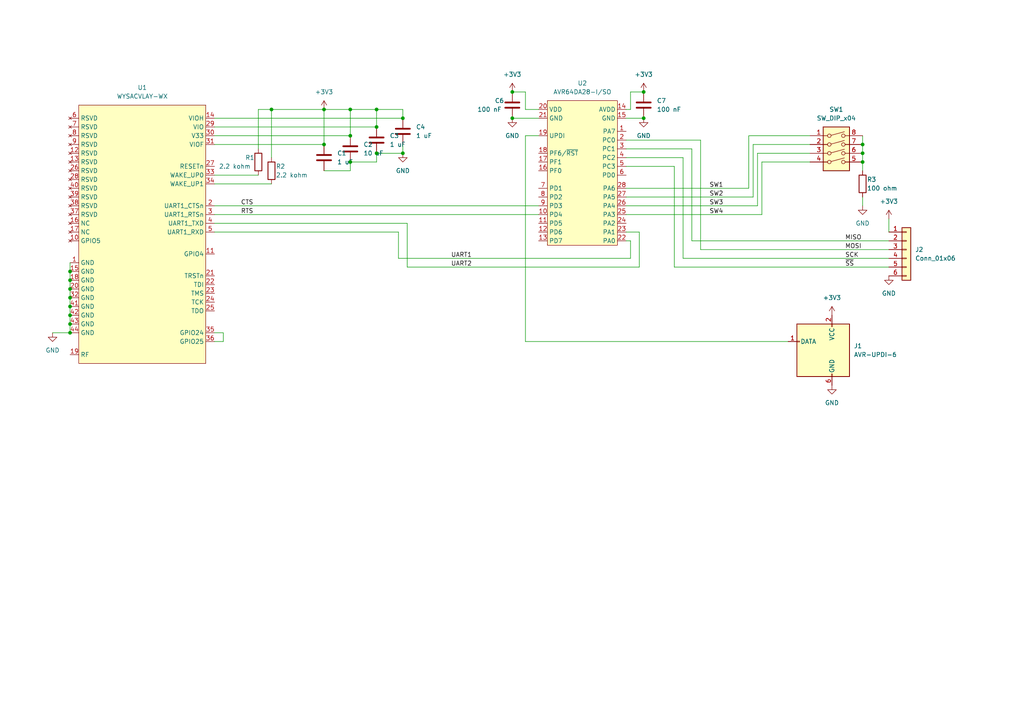
<source format=kicad_sch>
(kicad_sch (version 20211123) (generator eeschema)

  (uuid e63e39d7-6ac0-4ffd-8aa3-1841a4541b55)

  (paper "A4")

  (lib_symbols
    (symbol "Connector:AVR-UPDI-6" (pin_names (offset 1.016)) (in_bom yes) (on_board yes)
      (property "Reference" "J" (id 0) (at -6.35 8.89 0)
        (effects (font (size 1.27 1.27)) (justify left))
      )
      (property "Value" "AVR-UPDI-6" (id 1) (at 0 8.89 0)
        (effects (font (size 1.27 1.27)) (justify left))
      )
      (property "Footprint" "" (id 2) (at -6.35 -1.27 90)
        (effects (font (size 1.27 1.27)) hide)
      )
      (property "Datasheet" "https://www.microchip.com/webdoc/GUID-9D10622A-5C16-4405-B092-1BDD437B4976/index.html?GUID-9B349315-2842-4189-B88C-49F4E1055D7F" (id 3) (at -32.385 -13.97 0)
        (effects (font (size 1.27 1.27)) hide)
      )
      (property "ki_keywords" "AVR UPDI Connector" (id 4) (at 0 0 0)
        (effects (font (size 1.27 1.27)) hide)
      )
      (property "ki_description" "Atmel 6-pin UPDI connector" (id 5) (at 0 0 0)
        (effects (font (size 1.27 1.27)) hide)
      )
      (property "ki_fp_filters" "IDC?Header*2x03* Pin?Header*2x03*" (id 6) (at 0 0 0)
        (effects (font (size 1.27 1.27)) hide)
      )
      (symbol "AVR-UPDI-6_0_1"
        (rectangle (start -2.667 -6.858) (end -2.413 -7.62)
          (stroke (width 0) (type default) (color 0 0 0 0))
          (fill (type none))
        )
        (rectangle (start -2.667 7.62) (end -2.413 6.858)
          (stroke (width 0) (type default) (color 0 0 0 0))
          (fill (type none))
        )
        (rectangle (start 7.62 2.667) (end 6.858 2.413)
          (stroke (width 0) (type default) (color 0 0 0 0))
          (fill (type none))
        )
        (rectangle (start 7.62 7.62) (end -7.62 -7.62)
          (stroke (width 0.254) (type default) (color 0 0 0 0))
          (fill (type background))
        )
      )
      (symbol "AVR-UPDI-6_1_1"
        (pin passive line (at 10.16 2.54 180) (length 2.54)
          (name "DATA" (effects (font (size 1.27 1.27))))
          (number "1" (effects (font (size 1.27 1.27))))
        )
        (pin passive line (at -2.54 10.16 270) (length 2.54)
          (name "VCC" (effects (font (size 1.27 1.27))))
          (number "2" (effects (font (size 1.27 1.27))))
        )
        (pin no_connect line (at 7.62 0 180) (length 2.54) hide
          (name "NC" (effects (font (size 1.27 1.27))))
          (number "3" (effects (font (size 1.27 1.27))))
        )
        (pin no_connect line (at 7.62 -2.54 180) (length 2.54) hide
          (name "NC" (effects (font (size 1.27 1.27))))
          (number "4" (effects (font (size 1.27 1.27))))
        )
        (pin no_connect line (at 7.62 -5.08 180) (length 2.54) hide
          (name "NC" (effects (font (size 1.27 1.27))))
          (number "5" (effects (font (size 1.27 1.27))))
        )
        (pin passive line (at -2.54 -10.16 90) (length 2.54)
          (name "GND" (effects (font (size 1.27 1.27))))
          (number "6" (effects (font (size 1.27 1.27))))
        )
      )
    )
    (symbol "Connector_Generic:Conn_01x06" (pin_names (offset 1.016) hide) (in_bom yes) (on_board yes)
      (property "Reference" "J" (id 0) (at 0 7.62 0)
        (effects (font (size 1.27 1.27)))
      )
      (property "Value" "Conn_01x06" (id 1) (at 0 -10.16 0)
        (effects (font (size 1.27 1.27)))
      )
      (property "Footprint" "" (id 2) (at 0 0 0)
        (effects (font (size 1.27 1.27)) hide)
      )
      (property "Datasheet" "~" (id 3) (at 0 0 0)
        (effects (font (size 1.27 1.27)) hide)
      )
      (property "ki_keywords" "connector" (id 4) (at 0 0 0)
        (effects (font (size 1.27 1.27)) hide)
      )
      (property "ki_description" "Generic connector, single row, 01x06, script generated (kicad-library-utils/schlib/autogen/connector/)" (id 5) (at 0 0 0)
        (effects (font (size 1.27 1.27)) hide)
      )
      (property "ki_fp_filters" "Connector*:*_1x??_*" (id 6) (at 0 0 0)
        (effects (font (size 1.27 1.27)) hide)
      )
      (symbol "Conn_01x06_1_1"
        (rectangle (start -1.27 -7.493) (end 0 -7.747)
          (stroke (width 0.1524) (type default) (color 0 0 0 0))
          (fill (type none))
        )
        (rectangle (start -1.27 -4.953) (end 0 -5.207)
          (stroke (width 0.1524) (type default) (color 0 0 0 0))
          (fill (type none))
        )
        (rectangle (start -1.27 -2.413) (end 0 -2.667)
          (stroke (width 0.1524) (type default) (color 0 0 0 0))
          (fill (type none))
        )
        (rectangle (start -1.27 0.127) (end 0 -0.127)
          (stroke (width 0.1524) (type default) (color 0 0 0 0))
          (fill (type none))
        )
        (rectangle (start -1.27 2.667) (end 0 2.413)
          (stroke (width 0.1524) (type default) (color 0 0 0 0))
          (fill (type none))
        )
        (rectangle (start -1.27 5.207) (end 0 4.953)
          (stroke (width 0.1524) (type default) (color 0 0 0 0))
          (fill (type none))
        )
        (rectangle (start -1.27 6.35) (end 1.27 -8.89)
          (stroke (width 0.254) (type default) (color 0 0 0 0))
          (fill (type background))
        )
        (pin passive line (at -5.08 5.08 0) (length 3.81)
          (name "Pin_1" (effects (font (size 1.27 1.27))))
          (number "1" (effects (font (size 1.27 1.27))))
        )
        (pin passive line (at -5.08 2.54 0) (length 3.81)
          (name "Pin_2" (effects (font (size 1.27 1.27))))
          (number "2" (effects (font (size 1.27 1.27))))
        )
        (pin passive line (at -5.08 0 0) (length 3.81)
          (name "Pin_3" (effects (font (size 1.27 1.27))))
          (number "3" (effects (font (size 1.27 1.27))))
        )
        (pin passive line (at -5.08 -2.54 0) (length 3.81)
          (name "Pin_4" (effects (font (size 1.27 1.27))))
          (number "4" (effects (font (size 1.27 1.27))))
        )
        (pin passive line (at -5.08 -5.08 0) (length 3.81)
          (name "Pin_5" (effects (font (size 1.27 1.27))))
          (number "5" (effects (font (size 1.27 1.27))))
        )
        (pin passive line (at -5.08 -7.62 0) (length 3.81)
          (name "Pin_6" (effects (font (size 1.27 1.27))))
          (number "6" (effects (font (size 1.27 1.27))))
        )
      )
    )
    (symbol "Device:C" (pin_numbers hide) (pin_names (offset 0.254)) (in_bom yes) (on_board yes)
      (property "Reference" "C" (id 0) (at 0.635 2.54 0)
        (effects (font (size 1.27 1.27)) (justify left))
      )
      (property "Value" "C" (id 1) (at 0.635 -2.54 0)
        (effects (font (size 1.27 1.27)) (justify left))
      )
      (property "Footprint" "" (id 2) (at 0.9652 -3.81 0)
        (effects (font (size 1.27 1.27)) hide)
      )
      (property "Datasheet" "~" (id 3) (at 0 0 0)
        (effects (font (size 1.27 1.27)) hide)
      )
      (property "ki_keywords" "cap capacitor" (id 4) (at 0 0 0)
        (effects (font (size 1.27 1.27)) hide)
      )
      (property "ki_description" "Unpolarized capacitor" (id 5) (at 0 0 0)
        (effects (font (size 1.27 1.27)) hide)
      )
      (property "ki_fp_filters" "C_*" (id 6) (at 0 0 0)
        (effects (font (size 1.27 1.27)) hide)
      )
      (symbol "C_0_1"
        (polyline
          (pts
            (xy -2.032 -0.762)
            (xy 2.032 -0.762)
          )
          (stroke (width 0.508) (type default) (color 0 0 0 0))
          (fill (type none))
        )
        (polyline
          (pts
            (xy -2.032 0.762)
            (xy 2.032 0.762)
          )
          (stroke (width 0.508) (type default) (color 0 0 0 0))
          (fill (type none))
        )
      )
      (symbol "C_1_1"
        (pin passive line (at 0 3.81 270) (length 2.794)
          (name "~" (effects (font (size 1.27 1.27))))
          (number "1" (effects (font (size 1.27 1.27))))
        )
        (pin passive line (at 0 -3.81 90) (length 2.794)
          (name "~" (effects (font (size 1.27 1.27))))
          (number "2" (effects (font (size 1.27 1.27))))
        )
      )
    )
    (symbol "Device:R" (pin_numbers hide) (pin_names (offset 0)) (in_bom yes) (on_board yes)
      (property "Reference" "R" (id 0) (at 2.032 0 90)
        (effects (font (size 1.27 1.27)))
      )
      (property "Value" "R" (id 1) (at 0 0 90)
        (effects (font (size 1.27 1.27)))
      )
      (property "Footprint" "" (id 2) (at -1.778 0 90)
        (effects (font (size 1.27 1.27)) hide)
      )
      (property "Datasheet" "~" (id 3) (at 0 0 0)
        (effects (font (size 1.27 1.27)) hide)
      )
      (property "ki_keywords" "R res resistor" (id 4) (at 0 0 0)
        (effects (font (size 1.27 1.27)) hide)
      )
      (property "ki_description" "Resistor" (id 5) (at 0 0 0)
        (effects (font (size 1.27 1.27)) hide)
      )
      (property "ki_fp_filters" "R_*" (id 6) (at 0 0 0)
        (effects (font (size 1.27 1.27)) hide)
      )
      (symbol "R_0_1"
        (rectangle (start -1.016 -2.54) (end 1.016 2.54)
          (stroke (width 0.254) (type default) (color 0 0 0 0))
          (fill (type none))
        )
      )
      (symbol "R_1_1"
        (pin passive line (at 0 3.81 270) (length 1.27)
          (name "~" (effects (font (size 1.27 1.27))))
          (number "1" (effects (font (size 1.27 1.27))))
        )
        (pin passive line (at 0 -3.81 90) (length 1.27)
          (name "~" (effects (font (size 1.27 1.27))))
          (number "2" (effects (font (size 1.27 1.27))))
        )
      )
    )
    (symbol "MySymbols:AVR64DA28-I{slash}SO" (in_bom yes) (on_board yes)
      (property "Reference" "U" (id 0) (at 0 19.05 0)
        (effects (font (size 1.27 1.27)))
      )
      (property "Value" "AVR64DA28-I{slash}SO" (id 1) (at 0 -26.67 0)
        (effects (font (size 1.27 1.27)))
      )
      (property "Footprint" "Package_SO:SOIC-28W_7.5x17.9mm_P1.27mm" (id 2) (at 1.27 -33.02 0)
        (effects (font (size 1.27 1.27)) hide)
      )
      (property "Datasheet" "https://www.farnell.com/datasheets/3165060.pdf" (id 3) (at 1.27 -34.29 0)
        (effects (font (size 1.27 1.27)) hide)
      )
      (symbol "AVR64DA28-I{slash}SO_0_1"
        (rectangle (start -10.16 16.51) (end 10.16 -25.4)
          (stroke (width 0) (type default) (color 0 0 0 0))
          (fill (type background))
        )
      )
      (symbol "AVR64DA28-I{slash}SO_1_1"
        (pin bidirectional line (at -12.7 7.62 0) (length 2.54)
          (name "PA7" (effects (font (size 1.27 1.27))))
          (number "1" (effects (font (size 1.27 1.27))))
        )
        (pin bidirectional line (at 12.7 -16.51 180) (length 2.54)
          (name "PD4" (effects (font (size 1.27 1.27))))
          (number "10" (effects (font (size 1.27 1.27))))
        )
        (pin bidirectional line (at 12.7 -19.05 180) (length 2.54)
          (name "PD5" (effects (font (size 1.27 1.27))))
          (number "11" (effects (font (size 1.27 1.27))))
        )
        (pin bidirectional line (at 12.7 -21.59 180) (length 2.54)
          (name "PD6" (effects (font (size 1.27 1.27))))
          (number "12" (effects (font (size 1.27 1.27))))
        )
        (pin bidirectional line (at 12.7 -24.13 180) (length 2.54)
          (name "PD7" (effects (font (size 1.27 1.27))))
          (number "13" (effects (font (size 1.27 1.27))))
        )
        (pin power_in line (at -12.7 13.97 0) (length 2.54)
          (name "AVDD" (effects (font (size 1.27 1.27))))
          (number "14" (effects (font (size 1.27 1.27))))
        )
        (pin power_out line (at -12.7 11.43 0) (length 2.54)
          (name "GND" (effects (font (size 1.27 1.27))))
          (number "15" (effects (font (size 1.27 1.27))))
        )
        (pin bidirectional line (at 12.7 -3.81 180) (length 2.54)
          (name "PF0" (effects (font (size 1.27 1.27))))
          (number "16" (effects (font (size 1.27 1.27))))
        )
        (pin bidirectional line (at 12.7 -1.27 180) (length 2.54)
          (name "PF1" (effects (font (size 1.27 1.27))))
          (number "17" (effects (font (size 1.27 1.27))))
        )
        (pin bidirectional line (at 12.7 1.27 180) (length 2.54)
          (name "PF6/~{RST}" (effects (font (size 1.27 1.27))))
          (number "18" (effects (font (size 1.27 1.27))))
        )
        (pin bidirectional line (at 12.7 6.35 180) (length 2.54)
          (name "UPDI" (effects (font (size 1.27 1.27))))
          (number "19" (effects (font (size 1.27 1.27))))
        )
        (pin bidirectional line (at -12.7 5.08 0) (length 2.54)
          (name "PC0" (effects (font (size 1.27 1.27))))
          (number "2" (effects (font (size 1.27 1.27))))
        )
        (pin power_in line (at 12.7 13.97 180) (length 2.54)
          (name "VDD" (effects (font (size 1.27 1.27))))
          (number "20" (effects (font (size 1.27 1.27))))
        )
        (pin power_out line (at 12.7 11.43 180) (length 2.54)
          (name "GND" (effects (font (size 1.27 1.27))))
          (number "21" (effects (font (size 1.27 1.27))))
        )
        (pin bidirectional line (at -12.7 -24.13 0) (length 2.54)
          (name "PA0" (effects (font (size 1.27 1.27))))
          (number "22" (effects (font (size 1.27 1.27))))
        )
        (pin bidirectional line (at -12.7 -21.59 0) (length 2.54)
          (name "PA1" (effects (font (size 1.27 1.27))))
          (number "23" (effects (font (size 1.27 1.27))))
        )
        (pin bidirectional line (at -12.7 -19.05 0) (length 2.54)
          (name "PA2" (effects (font (size 1.27 1.27))))
          (number "24" (effects (font (size 1.27 1.27))))
        )
        (pin bidirectional line (at -12.7 -16.51 0) (length 2.54)
          (name "PA3" (effects (font (size 1.27 1.27))))
          (number "25" (effects (font (size 1.27 1.27))))
        )
        (pin bidirectional line (at -12.7 -13.97 0) (length 2.54)
          (name "PA4" (effects (font (size 1.27 1.27))))
          (number "26" (effects (font (size 1.27 1.27))))
        )
        (pin bidirectional line (at -12.7 -11.43 0) (length 2.54)
          (name "PA5" (effects (font (size 1.27 1.27))))
          (number "27" (effects (font (size 1.27 1.27))))
        )
        (pin bidirectional line (at -12.7 -8.89 0) (length 2.54)
          (name "PA6" (effects (font (size 1.27 1.27))))
          (number "28" (effects (font (size 1.27 1.27))))
        )
        (pin bidirectional line (at -12.7 2.54 0) (length 2.54)
          (name "PC1" (effects (font (size 1.27 1.27))))
          (number "3" (effects (font (size 1.27 1.27))))
        )
        (pin bidirectional line (at -12.7 0 0) (length 2.54)
          (name "PC2" (effects (font (size 1.27 1.27))))
          (number "4" (effects (font (size 1.27 1.27))))
        )
        (pin bidirectional line (at -12.7 -2.54 0) (length 2.54)
          (name "PC3" (effects (font (size 1.27 1.27))))
          (number "5" (effects (font (size 1.27 1.27))))
        )
        (pin bidirectional line (at -12.7 -5.08 0) (length 2.54)
          (name "PD0" (effects (font (size 1.27 1.27))))
          (number "6" (effects (font (size 1.27 1.27))))
        )
        (pin bidirectional line (at 12.7 -8.89 180) (length 2.54)
          (name "PD1" (effects (font (size 1.27 1.27))))
          (number "7" (effects (font (size 1.27 1.27))))
        )
        (pin bidirectional line (at 12.7 -11.43 180) (length 2.54)
          (name "PD2" (effects (font (size 1.27 1.27))))
          (number "8" (effects (font (size 1.27 1.27))))
        )
        (pin bidirectional line (at 12.7 -13.97 180) (length 2.54)
          (name "PD3" (effects (font (size 1.27 1.27))))
          (number "9" (effects (font (size 1.27 1.27))))
        )
      )
    )
    (symbol "MySymbols:WYSACVLAY-WX" (in_bom yes) (on_board yes)
      (property "Reference" "U" (id 0) (at 0 26.67 0)
        (effects (font (size 1.27 1.27)))
      )
      (property "Value" "WYSACVLAY-WX" (id 1) (at 0 -50.8 0)
        (effects (font (size 1.27 1.27)))
      )
      (property "Footprint" "MyFootprints:WYSACVLAY-WX" (id 2) (at 1.27 -29.21 0)
        (effects (font (size 1.27 1.27)) hide)
      )
      (property "Datasheet" "https://www.farnell.com/datasheets/3060842.pdf" (id 3) (at 1.27 -15.24 0)
        (effects (font (size 1.27 1.27)) hide)
      )
      (symbol "WYSACVLAY-WX_0_1"
        (rectangle (start -17.78 25.4) (end 19.05 -49.53)
          (stroke (width 0) (type default) (color 0 0 0 0))
          (fill (type background))
        )
      )
      (symbol "WYSACVLAY-WX_1_1"
        (pin power_out line (at -20.32 -20.32 0) (length 2.54)
          (name "GND" (effects (font (size 1.27 1.27))))
          (number "1" (effects (font (size 1.27 1.27))))
        )
        (pin no_connect line (at -20.32 -13.97 0) (length 2.54)
          (name "GPIO5" (effects (font (size 1.27 1.27))))
          (number "10" (effects (font (size 1.27 1.27))))
        )
        (pin input line (at 21.59 -17.78 180) (length 2.54)
          (name "GPIO4" (effects (font (size 1.27 1.27))))
          (number "11" (effects (font (size 1.27 1.27))))
        )
        (pin no_connect line (at -20.32 11.43 0) (length 2.54)
          (name "RSVD" (effects (font (size 1.27 1.27))))
          (number "12" (effects (font (size 1.27 1.27))))
        )
        (pin no_connect line (at -20.32 8.89 0) (length 2.54)
          (name "RSVD" (effects (font (size 1.27 1.27))))
          (number "13" (effects (font (size 1.27 1.27))))
        )
        (pin power_in line (at 21.59 21.59 180) (length 2.54)
          (name "VIOH" (effects (font (size 1.27 1.27))))
          (number "14" (effects (font (size 1.27 1.27))))
        )
        (pin power_out line (at -20.32 -22.86 0) (length 2.54)
          (name "GND" (effects (font (size 1.27 1.27))))
          (number "15" (effects (font (size 1.27 1.27))))
        )
        (pin no_connect line (at -20.32 -8.89 0) (length 2.54)
          (name "NC" (effects (font (size 1.27 1.27))))
          (number "16" (effects (font (size 1.27 1.27))))
        )
        (pin no_connect line (at -20.32 -11.43 0) (length 2.54)
          (name "NC" (effects (font (size 1.27 1.27))))
          (number "17" (effects (font (size 1.27 1.27))))
        )
        (pin power_out line (at -20.32 -25.4 0) (length 2.54)
          (name "GND" (effects (font (size 1.27 1.27))))
          (number "18" (effects (font (size 1.27 1.27))))
        )
        (pin bidirectional line (at -20.32 -46.99 0) (length 2.54)
          (name "RF" (effects (font (size 1.27 1.27))))
          (number "19" (effects (font (size 1.27 1.27))))
        )
        (pin input line (at 21.59 -3.81 180) (length 2.54)
          (name "UART1_CTSn" (effects (font (size 1.27 1.27))))
          (number "2" (effects (font (size 1.27 1.27))))
        )
        (pin power_out line (at -20.32 -27.94 0) (length 2.54)
          (name "GND" (effects (font (size 1.27 1.27))))
          (number "20" (effects (font (size 1.27 1.27))))
        )
        (pin input line (at 21.59 -24.13 180) (length 2.54)
          (name "TRSTn" (effects (font (size 1.27 1.27))))
          (number "21" (effects (font (size 1.27 1.27))))
        )
        (pin input line (at 21.59 -26.67 180) (length 2.54)
          (name "TDI" (effects (font (size 1.27 1.27))))
          (number "22" (effects (font (size 1.27 1.27))))
        )
        (pin input line (at 21.59 -29.21 180) (length 2.54)
          (name "TMS" (effects (font (size 1.27 1.27))))
          (number "23" (effects (font (size 1.27 1.27))))
        )
        (pin input line (at 21.59 -31.75 180) (length 2.54)
          (name "TCK" (effects (font (size 1.27 1.27))))
          (number "24" (effects (font (size 1.27 1.27))))
        )
        (pin output line (at 21.59 -34.29 180) (length 2.54)
          (name "TDO" (effects (font (size 1.27 1.27))))
          (number "25" (effects (font (size 1.27 1.27))))
        )
        (pin no_connect line (at -20.32 6.35 0) (length 2.54)
          (name "RSVD" (effects (font (size 1.27 1.27))))
          (number "26" (effects (font (size 1.27 1.27))))
        )
        (pin input line (at 21.59 7.62 180) (length 2.54)
          (name "RESETn" (effects (font (size 1.27 1.27))))
          (number "27" (effects (font (size 1.27 1.27))))
        )
        (pin no_connect line (at -20.32 3.81 0) (length 2.54)
          (name "RSVD" (effects (font (size 1.27 1.27))))
          (number "28" (effects (font (size 1.27 1.27))))
        )
        (pin power_in line (at 21.59 19.05 180) (length 2.54)
          (name "VIO" (effects (font (size 1.27 1.27))))
          (number "29" (effects (font (size 1.27 1.27))))
        )
        (pin output line (at 21.59 -6.35 180) (length 2.54)
          (name "UART1_RTSn" (effects (font (size 1.27 1.27))))
          (number "3" (effects (font (size 1.27 1.27))))
        )
        (pin power_in line (at 21.59 16.51 180) (length 2.54)
          (name "V33" (effects (font (size 1.27 1.27))))
          (number "30" (effects (font (size 1.27 1.27))))
        )
        (pin power_in line (at 21.59 13.97 180) (length 2.54)
          (name "VIOF" (effects (font (size 1.27 1.27))))
          (number "31" (effects (font (size 1.27 1.27))))
        )
        (pin power_out line (at -20.32 -30.48 0) (length 2.54)
          (name "GND" (effects (font (size 1.27 1.27))))
          (number "32" (effects (font (size 1.27 1.27))))
        )
        (pin input line (at 21.59 5.08 180) (length 2.54)
          (name "WAKE_UP0" (effects (font (size 1.27 1.27))))
          (number "33" (effects (font (size 1.27 1.27))))
        )
        (pin input line (at 21.59 2.54 180) (length 2.54)
          (name "WAKE_UP1" (effects (font (size 1.27 1.27))))
          (number "34" (effects (font (size 1.27 1.27))))
        )
        (pin bidirectional line (at 21.59 -40.64 180) (length 2.54)
          (name "GPIO24" (effects (font (size 1.27 1.27))))
          (number "35" (effects (font (size 1.27 1.27))))
        )
        (pin bidirectional line (at 21.59 -43.18 180) (length 2.54)
          (name "GPIO25" (effects (font (size 1.27 1.27))))
          (number "36" (effects (font (size 1.27 1.27))))
        )
        (pin no_connect line (at -20.32 -6.35 0) (length 2.54)
          (name "RSVD" (effects (font (size 1.27 1.27))))
          (number "37" (effects (font (size 1.27 1.27))))
        )
        (pin no_connect line (at -20.32 -3.81 0) (length 2.54)
          (name "RSVD" (effects (font (size 1.27 1.27))))
          (number "38" (effects (font (size 1.27 1.27))))
        )
        (pin no_connect line (at -20.32 -1.27 0) (length 2.54)
          (name "RSVD" (effects (font (size 1.27 1.27))))
          (number "39" (effects (font (size 1.27 1.27))))
        )
        (pin output line (at 21.59 -8.89 180) (length 2.54)
          (name "UART1_TXD" (effects (font (size 1.27 1.27))))
          (number "4" (effects (font (size 1.27 1.27))))
        )
        (pin no_connect line (at -20.32 1.27 0) (length 2.54)
          (name "RSVD" (effects (font (size 1.27 1.27))))
          (number "40" (effects (font (size 1.27 1.27))))
        )
        (pin power_out line (at -20.32 -33.02 0) (length 2.54)
          (name "GND" (effects (font (size 1.27 1.27))))
          (number "41" (effects (font (size 1.27 1.27))))
        )
        (pin power_out line (at -20.32 -35.56 0) (length 2.54)
          (name "GND" (effects (font (size 1.27 1.27))))
          (number "42" (effects (font (size 1.27 1.27))))
        )
        (pin power_out line (at -20.32 -38.1 0) (length 2.54)
          (name "GND" (effects (font (size 1.27 1.27))))
          (number "43" (effects (font (size 1.27 1.27))))
        )
        (pin power_out line (at -20.32 -40.64 0) (length 2.54)
          (name "GND" (effects (font (size 1.27 1.27))))
          (number "44" (effects (font (size 1.27 1.27))))
        )
        (pin input line (at 21.59 -11.43 180) (length 2.54)
          (name "UART1_RXD" (effects (font (size 1.27 1.27))))
          (number "5" (effects (font (size 1.27 1.27))))
        )
        (pin no_connect line (at -20.32 21.59 0) (length 2.54)
          (name "RSVD" (effects (font (size 1.27 1.27))))
          (number "6" (effects (font (size 1.27 1.27))))
        )
        (pin no_connect line (at -20.32 19.05 0) (length 2.54)
          (name "RSVD" (effects (font (size 1.27 1.27))))
          (number "7" (effects (font (size 1.27 1.27))))
        )
        (pin no_connect line (at -20.32 16.51 0) (length 2.54)
          (name "RSVD" (effects (font (size 1.27 1.27))))
          (number "8" (effects (font (size 1.27 1.27))))
        )
        (pin no_connect line (at -20.32 13.97 0) (length 2.54)
          (name "RSVD" (effects (font (size 1.27 1.27))))
          (number "9" (effects (font (size 1.27 1.27))))
        )
      )
    )
    (symbol "Switch:SW_DIP_x04" (pin_names (offset 0) hide) (in_bom yes) (on_board yes)
      (property "Reference" "SW" (id 0) (at 0 8.89 0)
        (effects (font (size 1.27 1.27)))
      )
      (property "Value" "SW_DIP_x04" (id 1) (at 0 -6.35 0)
        (effects (font (size 1.27 1.27)))
      )
      (property "Footprint" "" (id 2) (at 0 0 0)
        (effects (font (size 1.27 1.27)) hide)
      )
      (property "Datasheet" "~" (id 3) (at 0 0 0)
        (effects (font (size 1.27 1.27)) hide)
      )
      (property "ki_keywords" "dip switch" (id 4) (at 0 0 0)
        (effects (font (size 1.27 1.27)) hide)
      )
      (property "ki_description" "4x DIP Switch, Single Pole Single Throw (SPST) switch, small symbol" (id 5) (at 0 0 0)
        (effects (font (size 1.27 1.27)) hide)
      )
      (property "ki_fp_filters" "SW?DIP?x4*" (id 6) (at 0 0 0)
        (effects (font (size 1.27 1.27)) hide)
      )
      (symbol "SW_DIP_x04_0_0"
        (circle (center -2.032 -2.54) (radius 0.508)
          (stroke (width 0) (type default) (color 0 0 0 0))
          (fill (type none))
        )
        (circle (center -2.032 0) (radius 0.508)
          (stroke (width 0) (type default) (color 0 0 0 0))
          (fill (type none))
        )
        (circle (center -2.032 2.54) (radius 0.508)
          (stroke (width 0) (type default) (color 0 0 0 0))
          (fill (type none))
        )
        (circle (center -2.032 5.08) (radius 0.508)
          (stroke (width 0) (type default) (color 0 0 0 0))
          (fill (type none))
        )
        (polyline
          (pts
            (xy -1.524 -2.3876)
            (xy 2.3622 -1.3462)
          )
          (stroke (width 0) (type default) (color 0 0 0 0))
          (fill (type none))
        )
        (polyline
          (pts
            (xy -1.524 0.127)
            (xy 2.3622 1.1684)
          )
          (stroke (width 0) (type default) (color 0 0 0 0))
          (fill (type none))
        )
        (polyline
          (pts
            (xy -1.524 2.667)
            (xy 2.3622 3.7084)
          )
          (stroke (width 0) (type default) (color 0 0 0 0))
          (fill (type none))
        )
        (polyline
          (pts
            (xy -1.524 5.207)
            (xy 2.3622 6.2484)
          )
          (stroke (width 0) (type default) (color 0 0 0 0))
          (fill (type none))
        )
        (circle (center 2.032 -2.54) (radius 0.508)
          (stroke (width 0) (type default) (color 0 0 0 0))
          (fill (type none))
        )
        (circle (center 2.032 0) (radius 0.508)
          (stroke (width 0) (type default) (color 0 0 0 0))
          (fill (type none))
        )
        (circle (center 2.032 2.54) (radius 0.508)
          (stroke (width 0) (type default) (color 0 0 0 0))
          (fill (type none))
        )
        (circle (center 2.032 5.08) (radius 0.508)
          (stroke (width 0) (type default) (color 0 0 0 0))
          (fill (type none))
        )
      )
      (symbol "SW_DIP_x04_0_1"
        (rectangle (start -3.81 7.62) (end 3.81 -5.08)
          (stroke (width 0.254) (type default) (color 0 0 0 0))
          (fill (type background))
        )
      )
      (symbol "SW_DIP_x04_1_1"
        (pin passive line (at -7.62 5.08 0) (length 5.08)
          (name "~" (effects (font (size 1.27 1.27))))
          (number "1" (effects (font (size 1.27 1.27))))
        )
        (pin passive line (at -7.62 2.54 0) (length 5.08)
          (name "~" (effects (font (size 1.27 1.27))))
          (number "2" (effects (font (size 1.27 1.27))))
        )
        (pin passive line (at -7.62 0 0) (length 5.08)
          (name "~" (effects (font (size 1.27 1.27))))
          (number "3" (effects (font (size 1.27 1.27))))
        )
        (pin passive line (at -7.62 -2.54 0) (length 5.08)
          (name "~" (effects (font (size 1.27 1.27))))
          (number "4" (effects (font (size 1.27 1.27))))
        )
        (pin passive line (at 7.62 -2.54 180) (length 5.08)
          (name "~" (effects (font (size 1.27 1.27))))
          (number "5" (effects (font (size 1.27 1.27))))
        )
        (pin passive line (at 7.62 0 180) (length 5.08)
          (name "~" (effects (font (size 1.27 1.27))))
          (number "6" (effects (font (size 1.27 1.27))))
        )
        (pin passive line (at 7.62 2.54 180) (length 5.08)
          (name "~" (effects (font (size 1.27 1.27))))
          (number "7" (effects (font (size 1.27 1.27))))
        )
        (pin passive line (at 7.62 5.08 180) (length 5.08)
          (name "~" (effects (font (size 1.27 1.27))))
          (number "8" (effects (font (size 1.27 1.27))))
        )
      )
    )
    (symbol "power:+3.3V" (power) (pin_names (offset 0)) (in_bom yes) (on_board yes)
      (property "Reference" "#PWR" (id 0) (at 0 -3.81 0)
        (effects (font (size 1.27 1.27)) hide)
      )
      (property "Value" "+3.3V" (id 1) (at 0 3.556 0)
        (effects (font (size 1.27 1.27)))
      )
      (property "Footprint" "" (id 2) (at 0 0 0)
        (effects (font (size 1.27 1.27)) hide)
      )
      (property "Datasheet" "" (id 3) (at 0 0 0)
        (effects (font (size 1.27 1.27)) hide)
      )
      (property "ki_keywords" "power-flag" (id 4) (at 0 0 0)
        (effects (font (size 1.27 1.27)) hide)
      )
      (property "ki_description" "Power symbol creates a global label with name \"+3.3V\"" (id 5) (at 0 0 0)
        (effects (font (size 1.27 1.27)) hide)
      )
      (symbol "+3.3V_0_1"
        (polyline
          (pts
            (xy -0.762 1.27)
            (xy 0 2.54)
          )
          (stroke (width 0) (type default) (color 0 0 0 0))
          (fill (type none))
        )
        (polyline
          (pts
            (xy 0 0)
            (xy 0 2.54)
          )
          (stroke (width 0) (type default) (color 0 0 0 0))
          (fill (type none))
        )
        (polyline
          (pts
            (xy 0 2.54)
            (xy 0.762 1.27)
          )
          (stroke (width 0) (type default) (color 0 0 0 0))
          (fill (type none))
        )
      )
      (symbol "+3.3V_1_1"
        (pin power_in line (at 0 0 90) (length 0) hide
          (name "+3V3" (effects (font (size 1.27 1.27))))
          (number "1" (effects (font (size 1.27 1.27))))
        )
      )
    )
    (symbol "power:GND" (power) (pin_names (offset 0)) (in_bom yes) (on_board yes)
      (property "Reference" "#PWR" (id 0) (at 0 -6.35 0)
        (effects (font (size 1.27 1.27)) hide)
      )
      (property "Value" "GND" (id 1) (at 0 -3.81 0)
        (effects (font (size 1.27 1.27)))
      )
      (property "Footprint" "" (id 2) (at 0 0 0)
        (effects (font (size 1.27 1.27)) hide)
      )
      (property "Datasheet" "" (id 3) (at 0 0 0)
        (effects (font (size 1.27 1.27)) hide)
      )
      (property "ki_keywords" "power-flag" (id 4) (at 0 0 0)
        (effects (font (size 1.27 1.27)) hide)
      )
      (property "ki_description" "Power symbol creates a global label with name \"GND\" , ground" (id 5) (at 0 0 0)
        (effects (font (size 1.27 1.27)) hide)
      )
      (symbol "GND_0_1"
        (polyline
          (pts
            (xy 0 0)
            (xy 0 -1.27)
            (xy 1.27 -1.27)
            (xy 0 -2.54)
            (xy -1.27 -1.27)
            (xy 0 -1.27)
          )
          (stroke (width 0) (type default) (color 0 0 0 0))
          (fill (type none))
        )
      )
      (symbol "GND_1_1"
        (pin power_in line (at 0 0 270) (length 0) hide
          (name "GND" (effects (font (size 1.27 1.27))))
          (number "1" (effects (font (size 1.27 1.27))))
        )
      )
    )
  )

  (junction (at 20.32 96.52) (diameter 0) (color 0 0 0 0)
    (uuid 074f85b8-97c7-4970-8ebe-f83db03d6803)
  )
  (junction (at 186.69 34.29) (diameter 0) (color 0 0 0 0)
    (uuid 08bd521b-d09f-4ab2-bc6c-ebdbfb087d3f)
  )
  (junction (at 250.19 46.99) (diameter 0) (color 0 0 0 0)
    (uuid 0c296bbc-3556-40e1-9fb7-cdbc391c98e5)
  )
  (junction (at 20.32 81.28) (diameter 0) (color 0 0 0 0)
    (uuid 19e9322d-dbce-49e0-9a46-48c03c8b731e)
  )
  (junction (at 101.6 31.75) (diameter 0) (color 0 0 0 0)
    (uuid 1ab81cbc-d5d3-4573-913c-b44e6e40223e)
  )
  (junction (at 101.6 46.99) (diameter 0) (color 0 0 0 0)
    (uuid 2387523f-3315-4380-ad63-0d40a1560bbf)
  )
  (junction (at 101.6 39.37) (diameter 0) (color 0 0 0 0)
    (uuid 28c619dd-bc00-47bb-9795-1a8c06880f32)
  )
  (junction (at 250.19 44.45) (diameter 0) (color 0 0 0 0)
    (uuid 39f19095-aee6-49b5-aa7b-6c443cde8351)
  )
  (junction (at 20.32 88.9) (diameter 0) (color 0 0 0 0)
    (uuid 43c03386-1cb2-4153-9120-3c345c996f57)
  )
  (junction (at 93.98 41.91) (diameter 0) (color 0 0 0 0)
    (uuid 469f0e2b-f63a-493b-96b0-452d1e4beb3f)
  )
  (junction (at 20.32 86.36) (diameter 0) (color 0 0 0 0)
    (uuid 503c9c06-d2df-40e9-8612-b74afc7ac455)
  )
  (junction (at 20.32 93.98) (diameter 0) (color 0 0 0 0)
    (uuid 59173d8c-8da9-4057-b1fb-a6b5730409ee)
  )
  (junction (at 148.59 26.67) (diameter 0) (color 0 0 0 0)
    (uuid 6ee95e3b-a457-4b25-8383-af34138be637)
  )
  (junction (at 20.32 78.74) (diameter 0) (color 0 0 0 0)
    (uuid 7328342f-3322-4ad7-9300-8248a868a1d9)
  )
  (junction (at 109.22 36.83) (diameter 0) (color 0 0 0 0)
    (uuid 7ad59e5f-0655-44b3-8c67-30c4e8ecb6ca)
  )
  (junction (at 186.69 26.67) (diameter 0) (color 0 0 0 0)
    (uuid 94b072fa-470d-42c4-9731-75dd3f6c7578)
  )
  (junction (at 116.84 34.29) (diameter 0) (color 0 0 0 0)
    (uuid a77efd37-58b6-435a-b86d-695f915d69d6)
  )
  (junction (at 250.19 41.91) (diameter 0) (color 0 0 0 0)
    (uuid a96957f5-22ef-4b3a-ba90-17ecd989dca4)
  )
  (junction (at 109.22 44.45) (diameter 0) (color 0 0 0 0)
    (uuid acaf219c-8122-4010-8684-68e65c307add)
  )
  (junction (at 20.32 83.82) (diameter 0) (color 0 0 0 0)
    (uuid b4d4c537-a3ce-4002-a147-427fa0fe61cc)
  )
  (junction (at 93.98 31.75) (diameter 0) (color 0 0 0 0)
    (uuid b937deb4-ad11-4863-b9c4-35fa753381cd)
  )
  (junction (at 20.32 91.44) (diameter 0) (color 0 0 0 0)
    (uuid c2ec7d09-888f-48e6-af50-77f95b68cdbc)
  )
  (junction (at 116.84 44.45) (diameter 0) (color 0 0 0 0)
    (uuid cdcb1287-53bc-4332-b5c4-fabb0c8a5606)
  )
  (junction (at 78.74 31.75) (diameter 0) (color 0 0 0 0)
    (uuid d304cab7-cbc2-47ac-adae-2807cfe6a468)
  )
  (junction (at 109.22 31.75) (diameter 0) (color 0 0 0 0)
    (uuid e8cb37b0-0eee-4c07-92fb-b74972a3f363)
  )
  (junction (at 148.59 34.29) (diameter 0) (color 0 0 0 0)
    (uuid fbb8d53c-be73-4d60-892f-1109187432a0)
  )

  (wire (pts (xy 101.6 46.99) (xy 101.6 49.53))
    (stroke (width 0) (type default) (color 0 0 0 0))
    (uuid 0269b447-39e0-4afe-84ba-45134010f707)
  )
  (wire (pts (xy 62.23 34.29) (xy 116.84 34.29))
    (stroke (width 0) (type default) (color 0 0 0 0))
    (uuid 02834936-a628-4882-ab8d-9a0f2863d1d0)
  )
  (wire (pts (xy 185.42 67.31) (xy 181.61 67.31))
    (stroke (width 0) (type default) (color 0 0 0 0))
    (uuid 066297f3-3c0c-4caf-baeb-29d85b24919e)
  )
  (wire (pts (xy 181.61 62.23) (xy 220.98 62.23))
    (stroke (width 0) (type default) (color 0 0 0 0))
    (uuid 067e1eb8-8a13-4a4c-ac69-1d82edda5672)
  )
  (wire (pts (xy 20.32 86.36) (xy 20.32 88.9))
    (stroke (width 0) (type default) (color 0 0 0 0))
    (uuid 06eb477e-750e-4475-b6da-cc49cc394420)
  )
  (wire (pts (xy 152.4 39.37) (xy 152.4 99.06))
    (stroke (width 0) (type default) (color 0 0 0 0))
    (uuid 0a4172d2-f21b-428f-9a8e-c9b733e887a3)
  )
  (wire (pts (xy 220.98 46.99) (xy 220.98 62.23))
    (stroke (width 0) (type default) (color 0 0 0 0))
    (uuid 0a69a446-4fd9-4986-9359-88b805ccd1c3)
  )
  (wire (pts (xy 181.61 57.15) (xy 218.44 57.15))
    (stroke (width 0) (type default) (color 0 0 0 0))
    (uuid 0fae1a6e-1c23-46c7-83c0-599f1838b464)
  )
  (wire (pts (xy 20.32 83.82) (xy 20.32 86.36))
    (stroke (width 0) (type default) (color 0 0 0 0))
    (uuid 107f072c-0ffe-487b-a217-504edb704e20)
  )
  (wire (pts (xy 200.66 69.85) (xy 257.81 69.85))
    (stroke (width 0) (type default) (color 0 0 0 0))
    (uuid 127e71e1-6b14-4505-87c1-13d23446d7a1)
  )
  (wire (pts (xy 234.95 44.45) (xy 219.71 44.45))
    (stroke (width 0) (type default) (color 0 0 0 0))
    (uuid 195099cb-04be-4797-b53a-397fdba71cc0)
  )
  (wire (pts (xy 195.58 48.26) (xy 181.61 48.26))
    (stroke (width 0) (type default) (color 0 0 0 0))
    (uuid 2ea30f11-3d5f-4c43-bef4-dca3654079e5)
  )
  (wire (pts (xy 200.66 69.85) (xy 200.66 43.18))
    (stroke (width 0) (type default) (color 0 0 0 0))
    (uuid 317101e0-cf57-40cd-a48e-8a45c29d60fb)
  )
  (wire (pts (xy 62.23 41.91) (xy 93.98 41.91))
    (stroke (width 0) (type default) (color 0 0 0 0))
    (uuid 3522abac-1415-4792-be06-c5879f227fc2)
  )
  (wire (pts (xy 101.6 31.75) (xy 93.98 31.75))
    (stroke (width 0) (type default) (color 0 0 0 0))
    (uuid 3b0dd22e-b48a-496a-aded-ffbaefd08edf)
  )
  (wire (pts (xy 203.2 72.39) (xy 257.81 72.39))
    (stroke (width 0) (type default) (color 0 0 0 0))
    (uuid 3cd6dfa2-54ae-4293-a276-eb6f9db31e76)
  )
  (wire (pts (xy 195.58 77.47) (xy 257.81 77.47))
    (stroke (width 0) (type default) (color 0 0 0 0))
    (uuid 3dc289e8-8ae0-4c67-9aee-830306433dd6)
  )
  (wire (pts (xy 20.32 93.98) (xy 20.32 96.52))
    (stroke (width 0) (type default) (color 0 0 0 0))
    (uuid 3ee2c302-6c72-471c-a59d-aeabf323b811)
  )
  (wire (pts (xy 109.22 31.75) (xy 101.6 31.75))
    (stroke (width 0) (type default) (color 0 0 0 0))
    (uuid 3f4cf757-fef5-4972-88b1-29eb387b79f6)
  )
  (wire (pts (xy 234.95 46.99) (xy 220.98 46.99))
    (stroke (width 0) (type default) (color 0 0 0 0))
    (uuid 3f5a5e8a-936f-4f24-a835-500704ea557f)
  )
  (wire (pts (xy 74.93 31.75) (xy 78.74 31.75))
    (stroke (width 0) (type default) (color 0 0 0 0))
    (uuid 43119074-b094-4859-a47d-9809500b021a)
  )
  (wire (pts (xy 181.61 31.75) (xy 182.88 31.75))
    (stroke (width 0) (type default) (color 0 0 0 0))
    (uuid 4529f972-f83f-4d2f-a273-67bf3221156d)
  )
  (wire (pts (xy 20.32 91.44) (xy 20.32 93.98))
    (stroke (width 0) (type default) (color 0 0 0 0))
    (uuid 46b44b44-94d9-4512-af6a-b7445008b7a5)
  )
  (wire (pts (xy 234.95 41.91) (xy 218.44 41.91))
    (stroke (width 0) (type default) (color 0 0 0 0))
    (uuid 49470a50-d283-406a-bfa5-164ee58627de)
  )
  (wire (pts (xy 250.19 44.45) (xy 250.19 46.99))
    (stroke (width 0) (type default) (color 0 0 0 0))
    (uuid 49b6a374-e7e6-43f7-9356-299564dfca14)
  )
  (wire (pts (xy 234.95 39.37) (xy 217.17 39.37))
    (stroke (width 0) (type default) (color 0 0 0 0))
    (uuid 4a2214ff-5fde-4b14-a64f-c0d1d433796c)
  )
  (wire (pts (xy 64.77 99.06) (xy 62.23 99.06))
    (stroke (width 0) (type default) (color 0 0 0 0))
    (uuid 4d4a3224-2a68-4fbf-86d8-ccf0e052941d)
  )
  (wire (pts (xy 185.42 77.47) (xy 185.42 67.31))
    (stroke (width 0) (type default) (color 0 0 0 0))
    (uuid 4d89a2ef-63d5-4615-8228-f44f33ac4a64)
  )
  (wire (pts (xy 198.12 74.93) (xy 257.81 74.93))
    (stroke (width 0) (type default) (color 0 0 0 0))
    (uuid 53d2ae1f-c8e5-4f1c-8669-810af232d4e5)
  )
  (wire (pts (xy 62.23 53.34) (xy 78.74 53.34))
    (stroke (width 0) (type default) (color 0 0 0 0))
    (uuid 57ee6ebd-02bc-4383-94ed-e6db36229d8b)
  )
  (wire (pts (xy 152.4 26.67) (xy 152.4 31.75))
    (stroke (width 0) (type default) (color 0 0 0 0))
    (uuid 5e46ad42-69a4-4ef7-b5b6-e8426359d1af)
  )
  (wire (pts (xy 115.57 67.31) (xy 62.23 67.31))
    (stroke (width 0) (type default) (color 0 0 0 0))
    (uuid 60ecda44-a39d-49d6-9441-be2f58d16772)
  )
  (wire (pts (xy 20.32 76.2) (xy 20.32 78.74))
    (stroke (width 0) (type default) (color 0 0 0 0))
    (uuid 63fcd9ef-c7fe-4e3c-8c46-92e830f7f98c)
  )
  (wire (pts (xy 109.22 44.45) (xy 116.84 44.45))
    (stroke (width 0) (type default) (color 0 0 0 0))
    (uuid 66d288d1-2129-4c7e-b64e-dfa21eb23623)
  )
  (wire (pts (xy 181.61 34.29) (xy 186.69 34.29))
    (stroke (width 0) (type default) (color 0 0 0 0))
    (uuid 6af72914-75c6-4ed8-b899-5949eed0050c)
  )
  (wire (pts (xy 20.32 78.74) (xy 20.32 81.28))
    (stroke (width 0) (type default) (color 0 0 0 0))
    (uuid 6b90e4eb-f01c-4543-9672-0374f8611dbb)
  )
  (wire (pts (xy 109.22 44.45) (xy 109.22 46.99))
    (stroke (width 0) (type default) (color 0 0 0 0))
    (uuid 6c0a1876-8e66-4895-b37a-fe1a645f43fe)
  )
  (wire (pts (xy 74.93 43.18) (xy 74.93 31.75))
    (stroke (width 0) (type default) (color 0 0 0 0))
    (uuid 72430648-56f2-48f5-bdb9-8b6fce02576a)
  )
  (wire (pts (xy 62.23 96.52) (xy 64.77 96.52))
    (stroke (width 0) (type default) (color 0 0 0 0))
    (uuid 7458842b-446b-45c1-8bae-101af5a13da7)
  )
  (wire (pts (xy 20.32 81.28) (xy 20.32 83.82))
    (stroke (width 0) (type default) (color 0 0 0 0))
    (uuid 753bdd7e-d169-4b8a-a968-e2d59f6406ae)
  )
  (wire (pts (xy 181.61 54.61) (xy 217.17 54.61))
    (stroke (width 0) (type default) (color 0 0 0 0))
    (uuid 76962406-d3aa-4929-8aff-704f2049e65a)
  )
  (wire (pts (xy 62.23 50.8) (xy 74.93 50.8))
    (stroke (width 0) (type default) (color 0 0 0 0))
    (uuid 771e836e-148f-4754-92be-a57fba45427c)
  )
  (wire (pts (xy 64.77 96.52) (xy 64.77 99.06))
    (stroke (width 0) (type default) (color 0 0 0 0))
    (uuid 7a12c083-5afc-4d47-8a4f-d131c57e23d2)
  )
  (wire (pts (xy 250.19 41.91) (xy 250.19 44.45))
    (stroke (width 0) (type default) (color 0 0 0 0))
    (uuid 7a2dedd9-65f7-46eb-9bf6-4ee3309fd44f)
  )
  (wire (pts (xy 62.23 59.69) (xy 156.21 59.69))
    (stroke (width 0) (type default) (color 0 0 0 0))
    (uuid 85f9b5e8-f34c-44ec-a66f-4e6e64a1911f)
  )
  (wire (pts (xy 250.19 39.37) (xy 250.19 41.91))
    (stroke (width 0) (type default) (color 0 0 0 0))
    (uuid 8a4512fa-81e1-4275-815f-665d6aa8e33c)
  )
  (wire (pts (xy 109.22 46.99) (xy 101.6 46.99))
    (stroke (width 0) (type default) (color 0 0 0 0))
    (uuid 8f248404-0d82-4cae-a7a4-46acc6004d3d)
  )
  (wire (pts (xy 181.61 40.64) (xy 203.2 40.64))
    (stroke (width 0) (type default) (color 0 0 0 0))
    (uuid 90e9405e-167a-418d-9290-f24e7009f253)
  )
  (wire (pts (xy 198.12 45.72) (xy 181.61 45.72))
    (stroke (width 0) (type default) (color 0 0 0 0))
    (uuid 91c1de71-3072-4bd2-9c13-f6ed1668dfa4)
  )
  (wire (pts (xy 118.11 64.77) (xy 62.23 64.77))
    (stroke (width 0) (type default) (color 0 0 0 0))
    (uuid 921cb818-bee0-4c81-9e0a-d55072722741)
  )
  (wire (pts (xy 148.59 26.67) (xy 152.4 26.67))
    (stroke (width 0) (type default) (color 0 0 0 0))
    (uuid 924f828f-a44d-4e10-b758-230f98b581d4)
  )
  (wire (pts (xy 182.88 26.67) (xy 186.69 26.67))
    (stroke (width 0) (type default) (color 0 0 0 0))
    (uuid 953e0e82-16d4-4fff-92a5-276a0bddd254)
  )
  (wire (pts (xy 20.32 88.9) (xy 20.32 91.44))
    (stroke (width 0) (type default) (color 0 0 0 0))
    (uuid 95afbe9a-aac7-4233-8022-df7f3c7508be)
  )
  (wire (pts (xy 148.59 34.29) (xy 156.21 34.29))
    (stroke (width 0) (type default) (color 0 0 0 0))
    (uuid 968f3cca-0e7e-4cee-b786-12c5aad4a32d)
  )
  (wire (pts (xy 62.23 62.23) (xy 156.21 62.23))
    (stroke (width 0) (type default) (color 0 0 0 0))
    (uuid 97dd91e7-0782-4cc2-8218-67171023c64a)
  )
  (wire (pts (xy 250.19 57.15) (xy 250.19 59.69))
    (stroke (width 0) (type default) (color 0 0 0 0))
    (uuid 9844371c-876d-44c9-bacb-3674100dd4fd)
  )
  (wire (pts (xy 182.88 31.75) (xy 182.88 26.67))
    (stroke (width 0) (type default) (color 0 0 0 0))
    (uuid 9a280111-f753-4733-9628-ed75f6e7b0f1)
  )
  (wire (pts (xy 152.4 39.37) (xy 156.21 39.37))
    (stroke (width 0) (type default) (color 0 0 0 0))
    (uuid 9b729dbc-5913-48d7-b5b7-7e777c07d153)
  )
  (wire (pts (xy 257.81 63.5) (xy 257.81 67.31))
    (stroke (width 0) (type default) (color 0 0 0 0))
    (uuid a2156f6a-f816-4e72-9e0f-4b39e42adf26)
  )
  (wire (pts (xy 118.11 77.47) (xy 118.11 64.77))
    (stroke (width 0) (type default) (color 0 0 0 0))
    (uuid a2b36e08-604c-4a1f-983e-86d54fd81b65)
  )
  (wire (pts (xy 115.57 74.93) (xy 182.88 74.93))
    (stroke (width 0) (type default) (color 0 0 0 0))
    (uuid a45befff-e25a-4d02-8bb5-99387a920610)
  )
  (wire (pts (xy 101.6 39.37) (xy 101.6 31.75))
    (stroke (width 0) (type default) (color 0 0 0 0))
    (uuid a5343dc9-d7ed-45cd-9148-01e3b2987a92)
  )
  (wire (pts (xy 198.12 74.93) (xy 198.12 45.72))
    (stroke (width 0) (type default) (color 0 0 0 0))
    (uuid a886f182-7235-4abf-81fc-4007f801390f)
  )
  (wire (pts (xy 116.84 31.75) (xy 109.22 31.75))
    (stroke (width 0) (type default) (color 0 0 0 0))
    (uuid a979e8a2-88ab-4f61-b8e3-cbf7a6285f61)
  )
  (wire (pts (xy 115.57 74.93) (xy 115.57 67.31))
    (stroke (width 0) (type default) (color 0 0 0 0))
    (uuid ac94d3cf-715c-4745-ba0a-a0c88a4c66ec)
  )
  (wire (pts (xy 218.44 41.91) (xy 218.44 57.15))
    (stroke (width 0) (type default) (color 0 0 0 0))
    (uuid b2b393e9-fc07-4cda-acad-536e397acf27)
  )
  (wire (pts (xy 156.21 31.75) (xy 152.4 31.75))
    (stroke (width 0) (type default) (color 0 0 0 0))
    (uuid b837701f-1a0a-47e9-b5df-6c862dad83c8)
  )
  (wire (pts (xy 203.2 72.39) (xy 203.2 40.64))
    (stroke (width 0) (type default) (color 0 0 0 0))
    (uuid bad1754f-be78-4a5f-b507-3c5b0b3e5ad4)
  )
  (wire (pts (xy 182.88 69.85) (xy 181.61 69.85))
    (stroke (width 0) (type default) (color 0 0 0 0))
    (uuid be576af3-b948-4e47-be50-fa77994fcdf9)
  )
  (wire (pts (xy 93.98 31.75) (xy 93.98 41.91))
    (stroke (width 0) (type default) (color 0 0 0 0))
    (uuid c35f7ff4-a595-4dcd-acb9-9aba73dc4cd0)
  )
  (wire (pts (xy 182.88 74.93) (xy 182.88 69.85))
    (stroke (width 0) (type default) (color 0 0 0 0))
    (uuid c6698dd5-1150-4c2b-b076-9bec95188e1d)
  )
  (wire (pts (xy 152.4 99.06) (xy 228.6 99.06))
    (stroke (width 0) (type default) (color 0 0 0 0))
    (uuid c7befd36-7ccf-438a-9578-d053efa89744)
  )
  (wire (pts (xy 217.17 39.37) (xy 217.17 54.61))
    (stroke (width 0) (type default) (color 0 0 0 0))
    (uuid d53c22e2-be67-4674-a058-11f86a0ab472)
  )
  (wire (pts (xy 116.84 44.45) (xy 116.84 41.91))
    (stroke (width 0) (type default) (color 0 0 0 0))
    (uuid d58b4aaf-b389-455e-82dc-cac90c64fa85)
  )
  (wire (pts (xy 118.11 77.47) (xy 185.42 77.47))
    (stroke (width 0) (type default) (color 0 0 0 0))
    (uuid d5a13a8d-849a-4663-8129-ea0b9c8cf546)
  )
  (wire (pts (xy 78.74 45.72) (xy 78.74 31.75))
    (stroke (width 0) (type default) (color 0 0 0 0))
    (uuid d8de9796-96d9-4d4c-87b3-b51fcd35468b)
  )
  (wire (pts (xy 62.23 39.37) (xy 101.6 39.37))
    (stroke (width 0) (type default) (color 0 0 0 0))
    (uuid dfa79b54-0e71-47f1-876b-1eeb8757a7fd)
  )
  (wire (pts (xy 219.71 44.45) (xy 219.71 59.69))
    (stroke (width 0) (type default) (color 0 0 0 0))
    (uuid e181f359-6e56-41cd-b446-addd1dfe0269)
  )
  (wire (pts (xy 250.19 46.99) (xy 250.19 49.53))
    (stroke (width 0) (type default) (color 0 0 0 0))
    (uuid e2bd8438-c32b-4c3d-ba25-ca5a4af06599)
  )
  (wire (pts (xy 109.22 36.83) (xy 109.22 31.75))
    (stroke (width 0) (type default) (color 0 0 0 0))
    (uuid e6725da8-b880-43bd-bcd3-4ac61dcf38bf)
  )
  (wire (pts (xy 62.23 36.83) (xy 109.22 36.83))
    (stroke (width 0) (type default) (color 0 0 0 0))
    (uuid ee70d73c-7378-4a8d-b2c5-884db688df35)
  )
  (wire (pts (xy 15.24 96.52) (xy 20.32 96.52))
    (stroke (width 0) (type default) (color 0 0 0 0))
    (uuid eebab56e-0bc0-4426-829b-b9fa66cb3187)
  )
  (wire (pts (xy 116.84 34.29) (xy 116.84 31.75))
    (stroke (width 0) (type default) (color 0 0 0 0))
    (uuid f32b0080-bb03-4d4b-bed3-dce1b78c43bd)
  )
  (wire (pts (xy 78.74 31.75) (xy 93.98 31.75))
    (stroke (width 0) (type default) (color 0 0 0 0))
    (uuid f3f3fc2d-3ac4-47fb-a591-921c1918d194)
  )
  (wire (pts (xy 101.6 49.53) (xy 93.98 49.53))
    (stroke (width 0) (type default) (color 0 0 0 0))
    (uuid f5047c4c-e97b-4a7c-a888-592f93f22f1c)
  )
  (wire (pts (xy 181.61 59.69) (xy 219.71 59.69))
    (stroke (width 0) (type default) (color 0 0 0 0))
    (uuid fbaa94cd-b3c8-43c9-aa81-db2fb00afca3)
  )
  (wire (pts (xy 195.58 77.47) (xy 195.58 48.26))
    (stroke (width 0) (type default) (color 0 0 0 0))
    (uuid fc7cc7cc-12ff-42c5-85b5-d667d3bc240c)
  )
  (wire (pts (xy 200.66 43.18) (xy 181.61 43.18))
    (stroke (width 0) (type default) (color 0 0 0 0))
    (uuid ffb6de9f-45ab-4ebd-ae44-0800d0322b9d)
  )

  (label "~{SS}" (at 245.11 77.47 0)
    (effects (font (size 1.27 1.27)) (justify left bottom))
    (uuid 008fd94f-a398-473b-a4a6-c1fcb709796d)
  )
  (label "SCK" (at 245.11 74.93 0)
    (effects (font (size 1.27 1.27)) (justify left bottom))
    (uuid 06bb0a1f-08af-4012-b6ca-b8d296489a46)
  )
  (label "SW1" (at 205.74 54.61 0)
    (effects (font (size 1.27 1.27)) (justify left bottom))
    (uuid 0ec93c2c-6e7a-402f-a7c6-2694466e9717)
  )
  (label "SW2" (at 205.74 57.15 0)
    (effects (font (size 1.27 1.27)) (justify left bottom))
    (uuid 481de349-38f0-4285-8a4c-98fb0531b85b)
  )
  (label "MISO" (at 245.11 69.85 0)
    (effects (font (size 1.27 1.27)) (justify left bottom))
    (uuid 4c7244ba-1fe6-4f05-9a54-09527cd71798)
  )
  (label "MOSI" (at 245.11 72.39 0)
    (effects (font (size 1.27 1.27)) (justify left bottom))
    (uuid 52df93b4-6234-4908-9580-1b4e9ccf5a50)
  )
  (label "SW4" (at 205.74 62.23 0)
    (effects (font (size 1.27 1.27)) (justify left bottom))
    (uuid 57bca1f6-3052-4f46-8274-c3189149912a)
  )
  (label "UART2" (at 130.81 77.47 0)
    (effects (font (size 1.27 1.27)) (justify left bottom))
    (uuid 62b8c857-bddc-4088-9c86-17e3d3fc7112)
  )
  (label "SW3" (at 205.74 59.69 0)
    (effects (font (size 1.27 1.27)) (justify left bottom))
    (uuid 8401240f-4ee5-4a3d-9d72-1452adead949)
  )
  (label "CTS" (at 69.85 59.69 0)
    (effects (font (size 1.27 1.27)) (justify left bottom))
    (uuid d0fc4778-f486-439e-a801-f2005e8c2d75)
  )
  (label "UART1" (at 130.81 74.93 0)
    (effects (font (size 1.27 1.27)) (justify left bottom))
    (uuid f0becd20-a084-41a4-8fdb-092a303d71e0)
  )
  (label "RTS" (at 69.85 62.23 0)
    (effects (font (size 1.27 1.27)) (justify left bottom))
    (uuid fe646499-6d5f-4725-b056-c44ad025a15e)
  )

  (symbol (lib_id "Connector_Generic:Conn_01x06") (at 262.89 72.39 0) (unit 1)
    (in_bom yes) (on_board yes) (fields_autoplaced)
    (uuid 0b16724b-2237-4ac6-9f84-15059117869f)
    (property "Reference" "J2" (id 0) (at 265.43 72.3899 0)
      (effects (font (size 1.27 1.27)) (justify left))
    )
    (property "Value" "Conn_01x06" (id 1) (at 265.43 74.9299 0)
      (effects (font (size 1.27 1.27)) (justify left))
    )
    (property "Footprint" "Connector_PinSocket_2.54mm:PinSocket_1x06_P2.54mm_Vertical" (id 2) (at 262.89 72.39 0)
      (effects (font (size 1.27 1.27)) hide)
    )
    (property "Datasheet" "~" (id 3) (at 262.89 72.39 0)
      (effects (font (size 1.27 1.27)) hide)
    )
    (pin "1" (uuid ba162aac-71d6-4e3e-93f0-06004b50123c))
    (pin "2" (uuid 2691a7f0-aab3-471a-ae64-1a2c8cc22eb0))
    (pin "3" (uuid 4a0818d3-5a30-4dd7-ae98-4164ecac7c60))
    (pin "4" (uuid 212bf5bf-7302-4573-afd1-a128ce77743f))
    (pin "5" (uuid 4c3deb56-9d5b-401b-9b3a-7df8f78dae93))
    (pin "6" (uuid 85b4435b-d2cc-4767-914d-871841474a5f))
  )

  (symbol (lib_id "Device:C") (at 93.98 45.72 0) (unit 1)
    (in_bom yes) (on_board yes) (fields_autoplaced)
    (uuid 0c1ce070-13f0-47d4-960f-c527c8725bd6)
    (property "Reference" "C1" (id 0) (at 97.79 44.4499 0)
      (effects (font (size 1.27 1.27)) (justify left))
    )
    (property "Value" "1 uF" (id 1) (at 97.79 46.9899 0)
      (effects (font (size 1.27 1.27)) (justify left))
    )
    (property "Footprint" "Capacitor_SMD:C_0805_2012Metric" (id 2) (at 94.9452 49.53 0)
      (effects (font (size 1.27 1.27)) hide)
    )
    (property "Datasheet" "~" (id 3) (at 93.98 45.72 0)
      (effects (font (size 1.27 1.27)) hide)
    )
    (pin "1" (uuid f453077a-85ae-48df-a630-2ac5e25b15ad))
    (pin "2" (uuid b29fa8a9-e7ff-4e8e-8e07-53fd2b18a77f))
  )

  (symbol (lib_id "Device:C") (at 101.6 43.18 0) (unit 1)
    (in_bom yes) (on_board yes) (fields_autoplaced)
    (uuid 0cdd2f77-8824-4729-aed6-22821a653b10)
    (property "Reference" "C2" (id 0) (at 105.41 41.9099 0)
      (effects (font (size 1.27 1.27)) (justify left))
    )
    (property "Value" "10 uF" (id 1) (at 105.41 44.4499 0)
      (effects (font (size 1.27 1.27)) (justify left))
    )
    (property "Footprint" "Capacitor_SMD:C_0805_2012Metric" (id 2) (at 102.5652 46.99 0)
      (effects (font (size 1.27 1.27)) hide)
    )
    (property "Datasheet" "~" (id 3) (at 101.6 43.18 0)
      (effects (font (size 1.27 1.27)) hide)
    )
    (pin "1" (uuid 863964dc-1958-4b1f-8018-bcc2d35869b4))
    (pin "2" (uuid 41897152-4175-4156-81a2-d85e8fcf2c04))
  )

  (symbol (lib_id "Switch:SW_DIP_x04") (at 242.57 44.45 0) (unit 1)
    (in_bom yes) (on_board yes) (fields_autoplaced)
    (uuid 0e2bb0a7-9507-45ee-aa4d-858edbb9607a)
    (property "Reference" "SW1" (id 0) (at 242.57 31.75 0))
    (property "Value" "SW_DIP_x04" (id 1) (at 242.57 34.29 0))
    (property "Footprint" "Package_DIP:DIP-8_W7.62mm_Socket" (id 2) (at 242.57 44.45 0)
      (effects (font (size 1.27 1.27)) hide)
    )
    (property "Datasheet" "~" (id 3) (at 242.57 44.45 0)
      (effects (font (size 1.27 1.27)) hide)
    )
    (pin "1" (uuid 79997525-ccd4-44be-b3e0-96507758153b))
    (pin "2" (uuid aff3bdba-d254-4857-a1b1-cbe82d6d7f01))
    (pin "3" (uuid 48e9adc3-a3c0-4b76-8cc9-9d217234ec4b))
    (pin "4" (uuid b3539e55-4d5e-4480-b771-dcdb247ad8d5))
    (pin "5" (uuid 535f46df-2c90-4767-8964-9f47d7845c1e))
    (pin "6" (uuid ecfa73ef-cdf4-4547-b856-a0ba5ccb96ae))
    (pin "7" (uuid e9607fda-b7ab-49d5-a832-2554e3bdeab3))
    (pin "8" (uuid 9e4e50d8-ff6c-41e4-ace6-91326c1f0c55))
  )

  (symbol (lib_id "power:GND") (at 186.69 34.29 0) (unit 1)
    (in_bom yes) (on_board yes) (fields_autoplaced)
    (uuid 0ee79867-9e54-4e92-9ba8-1a5960bf2b17)
    (property "Reference" "#PWR013" (id 0) (at 186.69 40.64 0)
      (effects (font (size 1.27 1.27)) hide)
    )
    (property "Value" "GND" (id 1) (at 186.69 39.37 0))
    (property "Footprint" "" (id 2) (at 186.69 34.29 0)
      (effects (font (size 1.27 1.27)) hide)
    )
    (property "Datasheet" "" (id 3) (at 186.69 34.29 0)
      (effects (font (size 1.27 1.27)) hide)
    )
    (pin "1" (uuid 24365175-6074-4824-85f1-470a5e2cff02))
  )

  (symbol (lib_id "Device:R") (at 78.74 49.53 0) (unit 1)
    (in_bom yes) (on_board yes)
    (uuid 3274c12d-4ab3-4499-9769-072658a49bcc)
    (property "Reference" "R2" (id 0) (at 80.01 48.26 0)
      (effects (font (size 1.27 1.27)) (justify left))
    )
    (property "Value" "2.2 kohm" (id 1) (at 80.01 50.8 0)
      (effects (font (size 1.27 1.27)) (justify left))
    )
    (property "Footprint" "Resistor_SMD:R_0805_2012Metric" (id 2) (at 76.962 49.53 90)
      (effects (font (size 1.27 1.27)) hide)
    )
    (property "Datasheet" "~" (id 3) (at 78.74 49.53 0)
      (effects (font (size 1.27 1.27)) hide)
    )
    (pin "1" (uuid 57d26f83-53f2-440e-b50b-1b45f88913e6))
    (pin "2" (uuid 9aa6cb61-1789-4a48-a477-4abe619568f4))
  )

  (symbol (lib_id "Device:C") (at 186.69 30.48 0) (mirror y) (unit 1)
    (in_bom yes) (on_board yes) (fields_autoplaced)
    (uuid 349292e8-8457-4811-a1cb-e726d04b2353)
    (property "Reference" "C7" (id 0) (at 190.5 29.2099 0)
      (effects (font (size 1.27 1.27)) (justify right))
    )
    (property "Value" "100 nF" (id 1) (at 190.5 31.7499 0)
      (effects (font (size 1.27 1.27)) (justify right))
    )
    (property "Footprint" "Capacitor_SMD:C_0805_2012Metric" (id 2) (at 185.7248 34.29 0)
      (effects (font (size 1.27 1.27)) hide)
    )
    (property "Datasheet" "~" (id 3) (at 186.69 30.48 0)
      (effects (font (size 1.27 1.27)) hide)
    )
    (pin "1" (uuid f097dac0-7636-45ed-ada4-fc4e2d4d4216))
    (pin "2" (uuid 331aed34-4888-4a13-be32-3cd02c8e4e2d))
  )

  (symbol (lib_id "power:GND") (at 116.84 44.45 0) (unit 1)
    (in_bom yes) (on_board yes) (fields_autoplaced)
    (uuid 353005b3-e4a4-4a65-af75-2eee5831168b)
    (property "Reference" "#PWR03" (id 0) (at 116.84 50.8 0)
      (effects (font (size 1.27 1.27)) hide)
    )
    (property "Value" "GND" (id 1) (at 116.84 49.53 0))
    (property "Footprint" "" (id 2) (at 116.84 44.45 0)
      (effects (font (size 1.27 1.27)) hide)
    )
    (property "Datasheet" "" (id 3) (at 116.84 44.45 0)
      (effects (font (size 1.27 1.27)) hide)
    )
    (pin "1" (uuid 863af9a1-c1af-4d89-9c34-ed3a722e52b4))
  )

  (symbol (lib_id "power:+3.3V") (at 241.3 91.44 0) (unit 1)
    (in_bom yes) (on_board yes) (fields_autoplaced)
    (uuid 3eb58b04-07d0-45a2-a398-4b3ee703eb61)
    (property "Reference" "#PWR08" (id 0) (at 241.3 95.25 0)
      (effects (font (size 1.27 1.27)) hide)
    )
    (property "Value" "+3.3V" (id 1) (at 241.3 86.36 0))
    (property "Footprint" "" (id 2) (at 241.3 91.44 0)
      (effects (font (size 1.27 1.27)) hide)
    )
    (property "Datasheet" "" (id 3) (at 241.3 91.44 0)
      (effects (font (size 1.27 1.27)) hide)
    )
    (pin "1" (uuid 12573ce3-b602-4ee6-86ea-0a7eb574d945))
  )

  (symbol (lib_id "power:GND") (at 250.19 59.69 0) (unit 1)
    (in_bom yes) (on_board yes) (fields_autoplaced)
    (uuid 4fd5649a-fce4-451f-9198-94cbafedb89e)
    (property "Reference" "#PWR04" (id 0) (at 250.19 66.04 0)
      (effects (font (size 1.27 1.27)) hide)
    )
    (property "Value" "GND" (id 1) (at 250.19 64.77 0))
    (property "Footprint" "" (id 2) (at 250.19 59.69 0)
      (effects (font (size 1.27 1.27)) hide)
    )
    (property "Datasheet" "" (id 3) (at 250.19 59.69 0)
      (effects (font (size 1.27 1.27)) hide)
    )
    (pin "1" (uuid df02137e-e5aa-47c5-8bac-a88366c99cd4))
  )

  (symbol (lib_id "Device:C") (at 116.84 38.1 0) (unit 1)
    (in_bom yes) (on_board yes) (fields_autoplaced)
    (uuid 508d3225-163a-4e7a-a6f8-26438ce24d0b)
    (property "Reference" "C4" (id 0) (at 120.65 36.8299 0)
      (effects (font (size 1.27 1.27)) (justify left))
    )
    (property "Value" "1 uF" (id 1) (at 120.65 39.3699 0)
      (effects (font (size 1.27 1.27)) (justify left))
    )
    (property "Footprint" "Capacitor_SMD:C_0805_2012Metric" (id 2) (at 117.8052 41.91 0)
      (effects (font (size 1.27 1.27)) hide)
    )
    (property "Datasheet" "~" (id 3) (at 116.84 38.1 0)
      (effects (font (size 1.27 1.27)) hide)
    )
    (pin "1" (uuid fb8d8d89-81e8-40b0-8b0f-bbfaabcdcf40))
    (pin "2" (uuid 1bd02c58-f96c-4b0d-a3b2-102321001647))
  )

  (symbol (lib_id "power:GND") (at 257.81 80.01 0) (unit 1)
    (in_bom yes) (on_board yes) (fields_autoplaced)
    (uuid 6fa3a130-e00f-42fd-ba2a-1f163fb253c0)
    (property "Reference" "#PWR012" (id 0) (at 257.81 86.36 0)
      (effects (font (size 1.27 1.27)) hide)
    )
    (property "Value" "GND" (id 1) (at 257.81 85.09 0))
    (property "Footprint" "" (id 2) (at 257.81 80.01 0)
      (effects (font (size 1.27 1.27)) hide)
    )
    (property "Datasheet" "" (id 3) (at 257.81 80.01 0)
      (effects (font (size 1.27 1.27)) hide)
    )
    (pin "1" (uuid fcf72484-ca0c-452b-a19c-30356203f470))
  )

  (symbol (lib_id "MySymbols:WYSACVLAY-WX") (at 40.64 55.88 0) (unit 1)
    (in_bom yes) (on_board yes) (fields_autoplaced)
    (uuid 763c1dc6-c0c7-431c-90ce-acee4161600e)
    (property "Reference" "U1" (id 0) (at 41.275 25.4 0))
    (property "Value" "WYSACVLAY-WX" (id 1) (at 41.275 27.94 0))
    (property "Footprint" "MyFootprints:WYSACVLAY-WX" (id 2) (at 40.64 55.88 0)
      (effects (font (size 1.27 1.27)) hide)
    )
    (property "Datasheet" "https://www.farnell.com/datasheets/3060842.pdf" (id 3) (at 40.64 55.88 0)
      (effects (font (size 1.27 1.27)) hide)
    )
    (pin "1" (uuid 958f4196-bbc0-4687-8c33-d4d70123fdc1))
    (pin "10" (uuid 88e64218-3b9b-4b50-b700-3f55a71cb059))
    (pin "11" (uuid 04a50cd0-34fa-4634-8160-0e9a900f46d2))
    (pin "12" (uuid 937c8e2e-4ecf-40a0-81d9-0029a3a118ad))
    (pin "13" (uuid d8465ef1-537c-4f45-b8c6-44032955ff21))
    (pin "14" (uuid 50c8ea44-f98d-4910-bf73-58981873932b))
    (pin "15" (uuid 2fa63e72-5578-48f2-9698-43084a02ff09))
    (pin "16" (uuid 8bbbb8ef-b55b-4146-97cb-a690b19e0b58))
    (pin "17" (uuid 2523fff7-e960-4a5b-9ac0-f58176a8f4e6))
    (pin "18" (uuid 455d4b30-c730-4fee-a47d-f61676b37c9b))
    (pin "19" (uuid f13bd779-ad66-44c9-8f64-00fa0ceb0361))
    (pin "2" (uuid b6c8a924-ab5b-4d86-b4ff-1aae9f567f1f))
    (pin "20" (uuid f45aa7ca-3659-49ce-8a2b-ba76cd2900f6))
    (pin "21" (uuid b1345857-6bae-4295-a465-57b15b12bc31))
    (pin "22" (uuid abcad9a8-c235-4a3e-9dbe-46d20357cf28))
    (pin "23" (uuid b3796c0a-e5d2-4f41-b022-b3af9921f481))
    (pin "24" (uuid a90d543d-6937-46a9-b0c7-64b529d99f52))
    (pin "25" (uuid ecf0766d-fa22-4f9f-8793-80b88834bc58))
    (pin "26" (uuid f40da606-e0df-4287-b0a4-cfa8e6c46b70))
    (pin "27" (uuid 681a83df-8813-47c5-8a75-3a0f306750e4))
    (pin "28" (uuid 55b616b4-ad1a-4664-a718-3ff134fce053))
    (pin "29" (uuid 76e47f95-fc75-4ab7-9cd0-57e122c346b9))
    (pin "3" (uuid e7ad8224-a806-44bd-90a4-bedb59fc9349))
    (pin "30" (uuid 84128e31-d9c2-45b8-b25c-c342ab22b673))
    (pin "31" (uuid 9aa3f0c7-dcea-45e2-879d-c3e13c21362e))
    (pin "32" (uuid 36a7b0ae-4f7f-4a84-91ed-6f8484df0d35))
    (pin "33" (uuid dd68bc3e-4d48-408b-bfb9-1e155d5592c1))
    (pin "34" (uuid 3544f649-0c74-4196-bdf2-8bf3f2639743))
    (pin "35" (uuid accf2534-edb5-461c-9fb8-651d47186cc8))
    (pin "36" (uuid ef940ff3-20a5-4cb5-be4e-c32e9c49d2f7))
    (pin "37" (uuid 27209065-f2cb-4ec4-bf17-2757a01820f9))
    (pin "38" (uuid 2f89140f-e5cc-4609-aac7-a3fe54539081))
    (pin "39" (uuid 843775b3-ec75-47d2-9360-77562dfc2d6a))
    (pin "4" (uuid ed9ddd4e-ec4e-49d7-a1f2-97edb3ba8470))
    (pin "40" (uuid 41d5ff0e-5b68-4ef5-8947-b0f4e62a7d41))
    (pin "41" (uuid 9b17e351-7f0f-476c-a8ea-ed055caeb185))
    (pin "42" (uuid 006bacb7-a543-4325-8724-2f6dad595ed1))
    (pin "43" (uuid fe12fd9b-ffed-4f51-9338-63cb47f131ea))
    (pin "44" (uuid 7ca9661b-6b9b-4843-b899-6ef0789df599))
    (pin "5" (uuid 290220c9-ce3e-4702-a200-9a1ad032daa2))
    (pin "6" (uuid 8c91fb63-82bf-4f48-ba50-5ba2d2495bb5))
    (pin "7" (uuid e4f6eb02-1ae5-4676-9d7b-5a025319b7ce))
    (pin "8" (uuid c8e8a12d-089d-4647-a2bb-7a82c6272d31))
    (pin "9" (uuid dd800641-9ae4-4358-bf42-447e72459676))
  )

  (symbol (lib_id "MySymbols:AVR64DA28-I{slash}SO") (at 168.91 45.72 0) (mirror y) (unit 1)
    (in_bom yes) (on_board yes) (fields_autoplaced)
    (uuid 80fbe17b-557f-41b8-a32d-438c306a7377)
    (property "Reference" "U2" (id 0) (at 168.91 24.13 0))
    (property "Value" "AVR64DA28-I/SO" (id 1) (at 168.91 26.67 0))
    (property "Footprint" "Package_SO:SOIC-28W_7.5x17.9mm_P1.27mm" (id 2) (at 167.64 78.74 0)
      (effects (font (size 1.27 1.27)) hide)
    )
    (property "Datasheet" "https://www.farnell.com/datasheets/3165060.pdf" (id 3) (at 167.64 80.01 0)
      (effects (font (size 1.27 1.27)) hide)
    )
    (pin "1" (uuid 3f12b4ee-7fc8-413a-b4de-1610080175dc))
    (pin "10" (uuid dab51272-9495-491a-8849-5ba56506a48b))
    (pin "11" (uuid 676fc31c-f991-4c03-8bd2-50868d8a2120))
    (pin "12" (uuid d1d073db-37bd-4fa7-b67a-0f356dfadc77))
    (pin "13" (uuid c1ea038a-40c1-49ba-a82e-5ccdfac54464))
    (pin "14" (uuid 218d89ee-30de-4f4d-85a9-a8ed6cef3d04))
    (pin "15" (uuid 21c846ec-9e14-4624-a5a3-ff5ad3b27ce0))
    (pin "16" (uuid 951c0f64-f061-4d38-ae3a-92fd182cafa8))
    (pin "17" (uuid 7838d2d4-82d1-4659-8fd3-f9978a7a6919))
    (pin "18" (uuid 70f180fd-bf6b-401c-8832-e007d779fa2c))
    (pin "19" (uuid 1b396f17-8669-425b-a8c0-f2eae8668b10))
    (pin "2" (uuid 4266ce3d-7d9d-47df-8fbe-f0a6c2411338))
    (pin "20" (uuid 8e82e9b2-eee6-467c-aee6-afcafc3bf757))
    (pin "21" (uuid 2f2f693a-6422-4924-bc8c-33896305bcf5))
    (pin "22" (uuid f61b054b-5b38-4e59-9d5d-65655b8458e3))
    (pin "23" (uuid e1354731-9adc-4609-ab2d-605d77615c70))
    (pin "24" (uuid f0cee7ed-9d1a-4e6d-8dba-4d4c0a4e2eeb))
    (pin "25" (uuid 3a8193b4-263f-4440-930b-8ceffe341a02))
    (pin "26" (uuid 2b1a2f3d-162f-475c-ba23-0ab647581855))
    (pin "27" (uuid ceb4dddb-52b7-4466-b958-e1f462e66444))
    (pin "28" (uuid 24be0ba6-e840-42af-bfb3-d4362b8b8171))
    (pin "3" (uuid c41729b6-2738-44b0-b55f-9a736527a805))
    (pin "4" (uuid e4b948e8-dd69-48ec-87c4-eb7f4a8970ff))
    (pin "5" (uuid 74a48379-31bf-4afe-ad45-aba6ab82a64e))
    (pin "6" (uuid 3ac98cf4-6a16-4035-9e8f-5861024b9940))
    (pin "7" (uuid 50898312-610c-431d-a529-d00da79fb45f))
    (pin "8" (uuid d3281ce4-8620-4a1b-978c-4b5b25b5ee1a))
    (pin "9" (uuid 019c89fe-4b88-4de9-b9bc-c73caac46cbf))
  )

  (symbol (lib_id "Connector:AVR-UPDI-6") (at 238.76 101.6 0) (mirror y) (unit 1)
    (in_bom yes) (on_board yes) (fields_autoplaced)
    (uuid 8e366a1b-c0be-4d37-88eb-bc00c474c0b3)
    (property "Reference" "J1" (id 0) (at 247.65 100.3299 0)
      (effects (font (size 1.27 1.27)) (justify right))
    )
    (property "Value" "AVR-UPDI-6" (id 1) (at 247.65 102.8699 0)
      (effects (font (size 1.27 1.27)) (justify right))
    )
    (property "Footprint" "Connector_PinHeader_2.54mm:PinHeader_2x03_P2.54mm_Vertical" (id 2) (at 245.11 102.87 90)
      (effects (font (size 1.27 1.27)) hide)
    )
    (property "Datasheet" "https://www.microchip.com/webdoc/GUID-9D10622A-5C16-4405-B092-1BDD437B4976/index.html?GUID-9B349315-2842-4189-B88C-49F4E1055D7F" (id 3) (at 271.145 115.57 0)
      (effects (font (size 1.27 1.27)) hide)
    )
    (pin "1" (uuid 73cc3478-b391-46f4-b4bf-c377b6c24c3d))
    (pin "2" (uuid 1366174f-974a-4a77-8c22-04c2670a0500))
    (pin "3" (uuid f88a2a5d-cef1-425a-9061-3edf836320c7))
    (pin "4" (uuid a1b53fba-1d6e-407b-b442-253470a9d31a))
    (pin "5" (uuid e24c59bc-30ee-41bd-8883-fedeec8eec77))
    (pin "6" (uuid 0e31a5bf-ba7e-4495-a26a-4ffa13481d30))
  )

  (symbol (lib_id "power:+3.3V") (at 257.81 63.5 0) (unit 1)
    (in_bom yes) (on_board yes) (fields_autoplaced)
    (uuid 9ba4533b-71d1-4eb6-b700-62774e53fa7a)
    (property "Reference" "#PWR011" (id 0) (at 257.81 67.31 0)
      (effects (font (size 1.27 1.27)) hide)
    )
    (property "Value" "+3.3V" (id 1) (at 257.81 58.42 0))
    (property "Footprint" "" (id 2) (at 257.81 63.5 0)
      (effects (font (size 1.27 1.27)) hide)
    )
    (property "Datasheet" "" (id 3) (at 257.81 63.5 0)
      (effects (font (size 1.27 1.27)) hide)
    )
    (pin "1" (uuid a515ece0-93ca-4f7b-a3e1-fae20cc8a2fe))
  )

  (symbol (lib_id "Device:R") (at 74.93 46.99 0) (unit 1)
    (in_bom yes) (on_board yes)
    (uuid 9fba2d5e-4a48-4778-9388-b58be99fa42a)
    (property "Reference" "R1" (id 0) (at 71.12 45.72 0)
      (effects (font (size 1.27 1.27)) (justify left))
    )
    (property "Value" "2.2 kohm" (id 1) (at 63.5 48.26 0)
      (effects (font (size 1.27 1.27)) (justify left))
    )
    (property "Footprint" "Resistor_SMD:R_0805_2012Metric" (id 2) (at 73.152 46.99 90)
      (effects (font (size 1.27 1.27)) hide)
    )
    (property "Datasheet" "~" (id 3) (at 74.93 46.99 0)
      (effects (font (size 1.27 1.27)) hide)
    )
    (pin "1" (uuid 46b793c8-f087-4b6a-8712-457962911571))
    (pin "2" (uuid f6b7d128-227c-455c-be1c-5640237a80ba))
  )

  (symbol (lib_id "Device:R") (at 250.19 53.34 0) (unit 1)
    (in_bom yes) (on_board yes)
    (uuid a155f9db-4202-494e-91d3-cbae963bb2c9)
    (property "Reference" "R3" (id 0) (at 251.46 52.07 0)
      (effects (font (size 1.27 1.27)) (justify left))
    )
    (property "Value" "100 ohm" (id 1) (at 251.46 54.61 0)
      (effects (font (size 1.27 1.27)) (justify left))
    )
    (property "Footprint" "Resistor_SMD:R_0805_2012Metric" (id 2) (at 248.412 53.34 90)
      (effects (font (size 1.27 1.27)) hide)
    )
    (property "Datasheet" "~" (id 3) (at 250.19 53.34 0)
      (effects (font (size 1.27 1.27)) hide)
    )
    (pin "1" (uuid 136575b5-fb88-440b-abe6-5317cc05a249))
    (pin "2" (uuid 99b054a6-f1ef-419e-b389-19f61cf6bcec))
  )

  (symbol (lib_id "power:GND") (at 148.59 34.29 0) (unit 1)
    (in_bom yes) (on_board yes) (fields_autoplaced)
    (uuid bd695b0b-28b3-4090-83e6-f1901cac9372)
    (property "Reference" "#PWR07" (id 0) (at 148.59 40.64 0)
      (effects (font (size 1.27 1.27)) hide)
    )
    (property "Value" "GND" (id 1) (at 148.59 39.37 0))
    (property "Footprint" "" (id 2) (at 148.59 34.29 0)
      (effects (font (size 1.27 1.27)) hide)
    )
    (property "Datasheet" "" (id 3) (at 148.59 34.29 0)
      (effects (font (size 1.27 1.27)) hide)
    )
    (pin "1" (uuid 50b918da-59b1-484b-b555-ebfe03c329bb))
  )

  (symbol (lib_id "power:+3.3V") (at 186.69 26.67 0) (unit 1)
    (in_bom yes) (on_board yes) (fields_autoplaced)
    (uuid d3e3e1b5-8300-4580-bb78-24865a3c01f8)
    (property "Reference" "#PWR05" (id 0) (at 186.69 30.48 0)
      (effects (font (size 1.27 1.27)) hide)
    )
    (property "Value" "+3.3V" (id 1) (at 186.69 21.59 0))
    (property "Footprint" "" (id 2) (at 186.69 26.67 0)
      (effects (font (size 1.27 1.27)) hide)
    )
    (property "Datasheet" "" (id 3) (at 186.69 26.67 0)
      (effects (font (size 1.27 1.27)) hide)
    )
    (pin "1" (uuid 9faf9f44-819f-4791-bb3d-9235e12c5b69))
  )

  (symbol (lib_id "power:+3.3V") (at 93.98 31.75 0) (unit 1)
    (in_bom yes) (on_board yes) (fields_autoplaced)
    (uuid d8b05b2a-9024-4680-b058-dd4a79de5ade)
    (property "Reference" "#PWR02" (id 0) (at 93.98 35.56 0)
      (effects (font (size 1.27 1.27)) hide)
    )
    (property "Value" "+3.3V" (id 1) (at 93.98 26.67 0))
    (property "Footprint" "" (id 2) (at 93.98 31.75 0)
      (effects (font (size 1.27 1.27)) hide)
    )
    (property "Datasheet" "" (id 3) (at 93.98 31.75 0)
      (effects (font (size 1.27 1.27)) hide)
    )
    (pin "1" (uuid 63527e45-51eb-49b8-b94a-cc5c1a390a20))
  )

  (symbol (lib_id "power:GND") (at 15.24 96.52 0) (unit 1)
    (in_bom yes) (on_board yes) (fields_autoplaced)
    (uuid e8146575-a6e5-435f-add6-7aa1bbff87ce)
    (property "Reference" "#PWR01" (id 0) (at 15.24 102.87 0)
      (effects (font (size 1.27 1.27)) hide)
    )
    (property "Value" "GND" (id 1) (at 15.24 101.6 0))
    (property "Footprint" "" (id 2) (at 15.24 96.52 0)
      (effects (font (size 1.27 1.27)) hide)
    )
    (property "Datasheet" "" (id 3) (at 15.24 96.52 0)
      (effects (font (size 1.27 1.27)) hide)
    )
    (pin "1" (uuid b33bd7c5-8b4a-4411-99d3-a128499cc1ac))
  )

  (symbol (lib_id "power:+3.3V") (at 148.59 26.67 0) (unit 1)
    (in_bom yes) (on_board yes) (fields_autoplaced)
    (uuid ec4854e2-6cf4-4f6a-9ed1-57d1a9ada03b)
    (property "Reference" "#PWR06" (id 0) (at 148.59 30.48 0)
      (effects (font (size 1.27 1.27)) hide)
    )
    (property "Value" "+3.3V" (id 1) (at 148.59 21.59 0))
    (property "Footprint" "" (id 2) (at 148.59 26.67 0)
      (effects (font (size 1.27 1.27)) hide)
    )
    (property "Datasheet" "" (id 3) (at 148.59 26.67 0)
      (effects (font (size 1.27 1.27)) hide)
    )
    (pin "1" (uuid 660575c6-b1c7-453e-b776-c1e4e9e92bd0))
  )

  (symbol (lib_id "power:GND") (at 241.3 111.76 0) (unit 1)
    (in_bom yes) (on_board yes) (fields_autoplaced)
    (uuid ef4564a4-79d7-48f0-a900-c246c051c155)
    (property "Reference" "#PWR09" (id 0) (at 241.3 118.11 0)
      (effects (font (size 1.27 1.27)) hide)
    )
    (property "Value" "GND" (id 1) (at 241.3 116.84 0))
    (property "Footprint" "" (id 2) (at 241.3 111.76 0)
      (effects (font (size 1.27 1.27)) hide)
    )
    (property "Datasheet" "" (id 3) (at 241.3 111.76 0)
      (effects (font (size 1.27 1.27)) hide)
    )
    (pin "1" (uuid 4fac3b7f-a845-492e-be26-8643c56b3127))
  )

  (symbol (lib_id "Device:C") (at 109.22 40.64 0) (unit 1)
    (in_bom yes) (on_board yes) (fields_autoplaced)
    (uuid fa28492d-4c2f-496a-89a1-c19144d51cbd)
    (property "Reference" "C3" (id 0) (at 113.03 39.3699 0)
      (effects (font (size 1.27 1.27)) (justify left))
    )
    (property "Value" "1 uF" (id 1) (at 113.03 41.9099 0)
      (effects (font (size 1.27 1.27)) (justify left))
    )
    (property "Footprint" "Capacitor_SMD:C_0805_2012Metric" (id 2) (at 110.1852 44.45 0)
      (effects (font (size 1.27 1.27)) hide)
    )
    (property "Datasheet" "~" (id 3) (at 109.22 40.64 0)
      (effects (font (size 1.27 1.27)) hide)
    )
    (pin "1" (uuid 96411ec9-3684-49b0-a450-a3d64f7077b6))
    (pin "2" (uuid 35abca8a-5c82-45bc-96ff-42a203b6d0a6))
  )

  (symbol (lib_id "Device:C") (at 148.59 30.48 0) (mirror y) (unit 1)
    (in_bom yes) (on_board yes)
    (uuid fe8f6f89-be60-4f4c-b7ea-d08824fcdba6)
    (property "Reference" "C6" (id 0) (at 143.51 29.21 0)
      (effects (font (size 1.27 1.27)) (justify right))
    )
    (property "Value" "100 nF" (id 1) (at 138.43 31.75 0)
      (effects (font (size 1.27 1.27)) (justify right))
    )
    (property "Footprint" "Capacitor_SMD:C_0805_2012Metric" (id 2) (at 147.6248 34.29 0)
      (effects (font (size 1.27 1.27)) hide)
    )
    (property "Datasheet" "~" (id 3) (at 148.59 30.48 0)
      (effects (font (size 1.27 1.27)) hide)
    )
    (pin "1" (uuid 82b13c1e-013f-4df3-8b93-d1c8f889834c))
    (pin "2" (uuid a1efd8bc-0415-4230-b6d9-98fd3448e0b2))
  )

  (sheet_instances
    (path "/" (page "1"))
  )

  (symbol_instances
    (path "/e8146575-a6e5-435f-add6-7aa1bbff87ce"
      (reference "#PWR01") (unit 1) (value "GND") (footprint "")
    )
    (path "/d8b05b2a-9024-4680-b058-dd4a79de5ade"
      (reference "#PWR02") (unit 1) (value "+3.3V") (footprint "")
    )
    (path "/353005b3-e4a4-4a65-af75-2eee5831168b"
      (reference "#PWR03") (unit 1) (value "GND") (footprint "")
    )
    (path "/4fd5649a-fce4-451f-9198-94cbafedb89e"
      (reference "#PWR04") (unit 1) (value "GND") (footprint "")
    )
    (path "/d3e3e1b5-8300-4580-bb78-24865a3c01f8"
      (reference "#PWR05") (unit 1) (value "+3.3V") (footprint "")
    )
    (path "/ec4854e2-6cf4-4f6a-9ed1-57d1a9ada03b"
      (reference "#PWR06") (unit 1) (value "+3.3V") (footprint "")
    )
    (path "/bd695b0b-28b3-4090-83e6-f1901cac9372"
      (reference "#PWR07") (unit 1) (value "GND") (footprint "")
    )
    (path "/3eb58b04-07d0-45a2-a398-4b3ee703eb61"
      (reference "#PWR08") (unit 1) (value "+3.3V") (footprint "")
    )
    (path "/ef4564a4-79d7-48f0-a900-c246c051c155"
      (reference "#PWR09") (unit 1) (value "GND") (footprint "")
    )
    (path "/9ba4533b-71d1-4eb6-b700-62774e53fa7a"
      (reference "#PWR011") (unit 1) (value "+3.3V") (footprint "")
    )
    (path "/6fa3a130-e00f-42fd-ba2a-1f163fb253c0"
      (reference "#PWR012") (unit 1) (value "GND") (footprint "")
    )
    (path "/0ee79867-9e54-4e92-9ba8-1a5960bf2b17"
      (reference "#PWR013") (unit 1) (value "GND") (footprint "")
    )
    (path "/0c1ce070-13f0-47d4-960f-c527c8725bd6"
      (reference "C1") (unit 1) (value "1 uF") (footprint "Capacitor_SMD:C_0805_2012Metric")
    )
    (path "/0cdd2f77-8824-4729-aed6-22821a653b10"
      (reference "C2") (unit 1) (value "10 uF") (footprint "Capacitor_SMD:C_0805_2012Metric")
    )
    (path "/fa28492d-4c2f-496a-89a1-c19144d51cbd"
      (reference "C3") (unit 1) (value "1 uF") (footprint "Capacitor_SMD:C_0805_2012Metric")
    )
    (path "/508d3225-163a-4e7a-a6f8-26438ce24d0b"
      (reference "C4") (unit 1) (value "1 uF") (footprint "Capacitor_SMD:C_0805_2012Metric")
    )
    (path "/fe8f6f89-be60-4f4c-b7ea-d08824fcdba6"
      (reference "C6") (unit 1) (value "100 nF") (footprint "Capacitor_SMD:C_0805_2012Metric")
    )
    (path "/349292e8-8457-4811-a1cb-e726d04b2353"
      (reference "C7") (unit 1) (value "100 nF") (footprint "Capacitor_SMD:C_0805_2012Metric")
    )
    (path "/8e366a1b-c0be-4d37-88eb-bc00c474c0b3"
      (reference "J1") (unit 1) (value "AVR-UPDI-6") (footprint "Connector_PinHeader_2.54mm:PinHeader_2x03_P2.54mm_Vertical")
    )
    (path "/0b16724b-2237-4ac6-9f84-15059117869f"
      (reference "J2") (unit 1) (value "Conn_01x06") (footprint "Connector_PinSocket_2.54mm:PinSocket_1x06_P2.54mm_Vertical")
    )
    (path "/9fba2d5e-4a48-4778-9388-b58be99fa42a"
      (reference "R1") (unit 1) (value "2.2 kohm") (footprint "Resistor_SMD:R_0805_2012Metric")
    )
    (path "/3274c12d-4ab3-4499-9769-072658a49bcc"
      (reference "R2") (unit 1) (value "2.2 kohm") (footprint "Resistor_SMD:R_0805_2012Metric")
    )
    (path "/a155f9db-4202-494e-91d3-cbae963bb2c9"
      (reference "R3") (unit 1) (value "100 ohm") (footprint "Resistor_SMD:R_0805_2012Metric")
    )
    (path "/0e2bb0a7-9507-45ee-aa4d-858edbb9607a"
      (reference "SW1") (unit 1) (value "SW_DIP_x04") (footprint "Package_DIP:DIP-8_W7.62mm_Socket")
    )
    (path "/763c1dc6-c0c7-431c-90ce-acee4161600e"
      (reference "U1") (unit 1) (value "WYSACVLAY-WX") (footprint "MyFootprints:WYSACVLAY-WX")
    )
    (path "/80fbe17b-557f-41b8-a32d-438c306a7377"
      (reference "U2") (unit 1) (value "AVR64DA28-I/SO") (footprint "Package_SO:SOIC-28W_7.5x17.9mm_P1.27mm")
    )
  )
)

</source>
